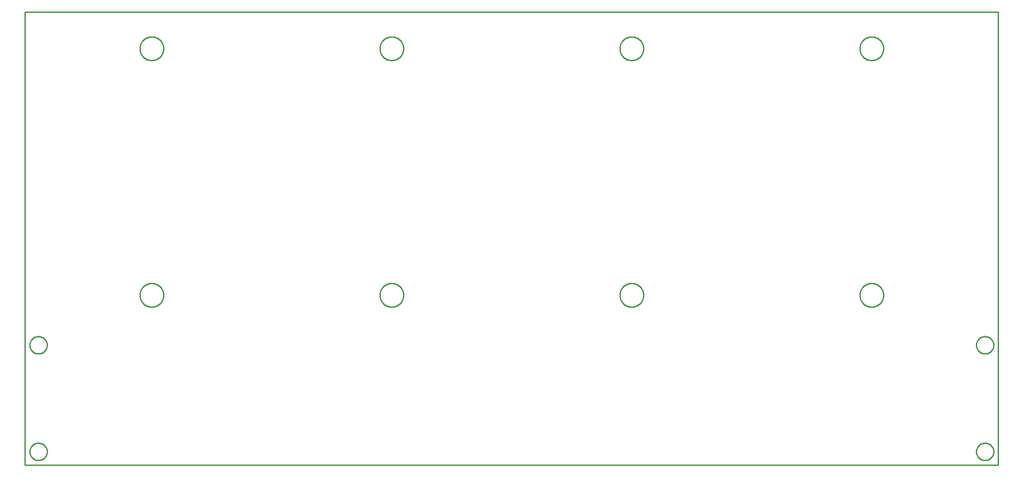
<source format=gko>
G04 EAGLE Gerber RS-274X export*
G75*
%MOMM*%
%FSLAX34Y34*%
%LPD*%
%IN*%
%IPPOS*%
%AMOC8*
5,1,8,0,0,1.08239X$1,22.5*%
G01*
%ADD10C,0.203200*%
%ADD11C,0.000000*%
%ADD12C,0.254000*%


D10*
X0Y0D02*
X1854000Y0D01*
X1854200Y863600D01*
X0Y863600D01*
X0Y0D01*
D11*
X1812290Y25400D02*
X1812295Y25805D01*
X1812310Y26210D01*
X1812335Y26615D01*
X1812370Y27018D01*
X1812414Y27421D01*
X1812469Y27823D01*
X1812533Y28223D01*
X1812607Y28621D01*
X1812691Y29017D01*
X1812785Y29412D01*
X1812888Y29803D01*
X1813001Y30193D01*
X1813123Y30579D01*
X1813255Y30962D01*
X1813396Y31342D01*
X1813547Y31718D01*
X1813706Y32091D01*
X1813875Y32459D01*
X1814053Y32823D01*
X1814239Y33183D01*
X1814435Y33538D01*
X1814639Y33888D01*
X1814851Y34233D01*
X1815072Y34572D01*
X1815302Y34907D01*
X1815539Y35235D01*
X1815784Y35557D01*
X1816038Y35874D01*
X1816298Y36184D01*
X1816567Y36487D01*
X1816843Y36784D01*
X1817126Y37074D01*
X1817416Y37357D01*
X1817713Y37633D01*
X1818016Y37902D01*
X1818326Y38162D01*
X1818643Y38416D01*
X1818965Y38661D01*
X1819293Y38898D01*
X1819628Y39128D01*
X1819967Y39349D01*
X1820312Y39561D01*
X1820662Y39765D01*
X1821017Y39961D01*
X1821377Y40147D01*
X1821741Y40325D01*
X1822109Y40494D01*
X1822482Y40653D01*
X1822858Y40804D01*
X1823238Y40945D01*
X1823621Y41077D01*
X1824007Y41199D01*
X1824397Y41312D01*
X1824788Y41415D01*
X1825183Y41509D01*
X1825579Y41593D01*
X1825977Y41667D01*
X1826377Y41731D01*
X1826779Y41786D01*
X1827182Y41830D01*
X1827585Y41865D01*
X1827990Y41890D01*
X1828395Y41905D01*
X1828800Y41910D01*
X1829205Y41905D01*
X1829610Y41890D01*
X1830015Y41865D01*
X1830418Y41830D01*
X1830821Y41786D01*
X1831223Y41731D01*
X1831623Y41667D01*
X1832021Y41593D01*
X1832417Y41509D01*
X1832812Y41415D01*
X1833203Y41312D01*
X1833593Y41199D01*
X1833979Y41077D01*
X1834362Y40945D01*
X1834742Y40804D01*
X1835118Y40653D01*
X1835491Y40494D01*
X1835859Y40325D01*
X1836223Y40147D01*
X1836583Y39961D01*
X1836938Y39765D01*
X1837288Y39561D01*
X1837633Y39349D01*
X1837972Y39128D01*
X1838307Y38898D01*
X1838635Y38661D01*
X1838957Y38416D01*
X1839274Y38162D01*
X1839584Y37902D01*
X1839887Y37633D01*
X1840184Y37357D01*
X1840474Y37074D01*
X1840757Y36784D01*
X1841033Y36487D01*
X1841302Y36184D01*
X1841562Y35874D01*
X1841816Y35557D01*
X1842061Y35235D01*
X1842298Y34907D01*
X1842528Y34572D01*
X1842749Y34233D01*
X1842961Y33888D01*
X1843165Y33538D01*
X1843361Y33183D01*
X1843547Y32823D01*
X1843725Y32459D01*
X1843894Y32091D01*
X1844053Y31718D01*
X1844204Y31342D01*
X1844345Y30962D01*
X1844477Y30579D01*
X1844599Y30193D01*
X1844712Y29803D01*
X1844815Y29412D01*
X1844909Y29017D01*
X1844993Y28621D01*
X1845067Y28223D01*
X1845131Y27823D01*
X1845186Y27421D01*
X1845230Y27018D01*
X1845265Y26615D01*
X1845290Y26210D01*
X1845305Y25805D01*
X1845310Y25400D01*
X1845305Y24995D01*
X1845290Y24590D01*
X1845265Y24185D01*
X1845230Y23782D01*
X1845186Y23379D01*
X1845131Y22977D01*
X1845067Y22577D01*
X1844993Y22179D01*
X1844909Y21783D01*
X1844815Y21388D01*
X1844712Y20997D01*
X1844599Y20607D01*
X1844477Y20221D01*
X1844345Y19838D01*
X1844204Y19458D01*
X1844053Y19082D01*
X1843894Y18709D01*
X1843725Y18341D01*
X1843547Y17977D01*
X1843361Y17617D01*
X1843165Y17262D01*
X1842961Y16912D01*
X1842749Y16567D01*
X1842528Y16228D01*
X1842298Y15893D01*
X1842061Y15565D01*
X1841816Y15243D01*
X1841562Y14926D01*
X1841302Y14616D01*
X1841033Y14313D01*
X1840757Y14016D01*
X1840474Y13726D01*
X1840184Y13443D01*
X1839887Y13167D01*
X1839584Y12898D01*
X1839274Y12638D01*
X1838957Y12384D01*
X1838635Y12139D01*
X1838307Y11902D01*
X1837972Y11672D01*
X1837633Y11451D01*
X1837288Y11239D01*
X1836938Y11035D01*
X1836583Y10839D01*
X1836223Y10653D01*
X1835859Y10475D01*
X1835491Y10306D01*
X1835118Y10147D01*
X1834742Y9996D01*
X1834362Y9855D01*
X1833979Y9723D01*
X1833593Y9601D01*
X1833203Y9488D01*
X1832812Y9385D01*
X1832417Y9291D01*
X1832021Y9207D01*
X1831623Y9133D01*
X1831223Y9069D01*
X1830821Y9014D01*
X1830418Y8970D01*
X1830015Y8935D01*
X1829610Y8910D01*
X1829205Y8895D01*
X1828800Y8890D01*
X1828395Y8895D01*
X1827990Y8910D01*
X1827585Y8935D01*
X1827182Y8970D01*
X1826779Y9014D01*
X1826377Y9069D01*
X1825977Y9133D01*
X1825579Y9207D01*
X1825183Y9291D01*
X1824788Y9385D01*
X1824397Y9488D01*
X1824007Y9601D01*
X1823621Y9723D01*
X1823238Y9855D01*
X1822858Y9996D01*
X1822482Y10147D01*
X1822109Y10306D01*
X1821741Y10475D01*
X1821377Y10653D01*
X1821017Y10839D01*
X1820662Y11035D01*
X1820312Y11239D01*
X1819967Y11451D01*
X1819628Y11672D01*
X1819293Y11902D01*
X1818965Y12139D01*
X1818643Y12384D01*
X1818326Y12638D01*
X1818016Y12898D01*
X1817713Y13167D01*
X1817416Y13443D01*
X1817126Y13726D01*
X1816843Y14016D01*
X1816567Y14313D01*
X1816298Y14616D01*
X1816038Y14926D01*
X1815784Y15243D01*
X1815539Y15565D01*
X1815302Y15893D01*
X1815072Y16228D01*
X1814851Y16567D01*
X1814639Y16912D01*
X1814435Y17262D01*
X1814239Y17617D01*
X1814053Y17977D01*
X1813875Y18341D01*
X1813706Y18709D01*
X1813547Y19082D01*
X1813396Y19458D01*
X1813255Y19838D01*
X1813123Y20221D01*
X1813001Y20607D01*
X1812888Y20997D01*
X1812785Y21388D01*
X1812691Y21783D01*
X1812607Y22179D01*
X1812533Y22577D01*
X1812469Y22977D01*
X1812414Y23379D01*
X1812370Y23782D01*
X1812335Y24185D01*
X1812310Y24590D01*
X1812295Y24995D01*
X1812290Y25400D01*
X8890Y228600D02*
X8895Y229005D01*
X8910Y229410D01*
X8935Y229815D01*
X8970Y230218D01*
X9014Y230621D01*
X9069Y231023D01*
X9133Y231423D01*
X9207Y231821D01*
X9291Y232217D01*
X9385Y232612D01*
X9488Y233003D01*
X9601Y233393D01*
X9723Y233779D01*
X9855Y234162D01*
X9996Y234542D01*
X10147Y234918D01*
X10306Y235291D01*
X10475Y235659D01*
X10653Y236023D01*
X10839Y236383D01*
X11035Y236738D01*
X11239Y237088D01*
X11451Y237433D01*
X11672Y237772D01*
X11902Y238107D01*
X12139Y238435D01*
X12384Y238757D01*
X12638Y239074D01*
X12898Y239384D01*
X13167Y239687D01*
X13443Y239984D01*
X13726Y240274D01*
X14016Y240557D01*
X14313Y240833D01*
X14616Y241102D01*
X14926Y241362D01*
X15243Y241616D01*
X15565Y241861D01*
X15893Y242098D01*
X16228Y242328D01*
X16567Y242549D01*
X16912Y242761D01*
X17262Y242965D01*
X17617Y243161D01*
X17977Y243347D01*
X18341Y243525D01*
X18709Y243694D01*
X19082Y243853D01*
X19458Y244004D01*
X19838Y244145D01*
X20221Y244277D01*
X20607Y244399D01*
X20997Y244512D01*
X21388Y244615D01*
X21783Y244709D01*
X22179Y244793D01*
X22577Y244867D01*
X22977Y244931D01*
X23379Y244986D01*
X23782Y245030D01*
X24185Y245065D01*
X24590Y245090D01*
X24995Y245105D01*
X25400Y245110D01*
X25805Y245105D01*
X26210Y245090D01*
X26615Y245065D01*
X27018Y245030D01*
X27421Y244986D01*
X27823Y244931D01*
X28223Y244867D01*
X28621Y244793D01*
X29017Y244709D01*
X29412Y244615D01*
X29803Y244512D01*
X30193Y244399D01*
X30579Y244277D01*
X30962Y244145D01*
X31342Y244004D01*
X31718Y243853D01*
X32091Y243694D01*
X32459Y243525D01*
X32823Y243347D01*
X33183Y243161D01*
X33538Y242965D01*
X33888Y242761D01*
X34233Y242549D01*
X34572Y242328D01*
X34907Y242098D01*
X35235Y241861D01*
X35557Y241616D01*
X35874Y241362D01*
X36184Y241102D01*
X36487Y240833D01*
X36784Y240557D01*
X37074Y240274D01*
X37357Y239984D01*
X37633Y239687D01*
X37902Y239384D01*
X38162Y239074D01*
X38416Y238757D01*
X38661Y238435D01*
X38898Y238107D01*
X39128Y237772D01*
X39349Y237433D01*
X39561Y237088D01*
X39765Y236738D01*
X39961Y236383D01*
X40147Y236023D01*
X40325Y235659D01*
X40494Y235291D01*
X40653Y234918D01*
X40804Y234542D01*
X40945Y234162D01*
X41077Y233779D01*
X41199Y233393D01*
X41312Y233003D01*
X41415Y232612D01*
X41509Y232217D01*
X41593Y231821D01*
X41667Y231423D01*
X41731Y231023D01*
X41786Y230621D01*
X41830Y230218D01*
X41865Y229815D01*
X41890Y229410D01*
X41905Y229005D01*
X41910Y228600D01*
X41905Y228195D01*
X41890Y227790D01*
X41865Y227385D01*
X41830Y226982D01*
X41786Y226579D01*
X41731Y226177D01*
X41667Y225777D01*
X41593Y225379D01*
X41509Y224983D01*
X41415Y224588D01*
X41312Y224197D01*
X41199Y223807D01*
X41077Y223421D01*
X40945Y223038D01*
X40804Y222658D01*
X40653Y222282D01*
X40494Y221909D01*
X40325Y221541D01*
X40147Y221177D01*
X39961Y220817D01*
X39765Y220462D01*
X39561Y220112D01*
X39349Y219767D01*
X39128Y219428D01*
X38898Y219093D01*
X38661Y218765D01*
X38416Y218443D01*
X38162Y218126D01*
X37902Y217816D01*
X37633Y217513D01*
X37357Y217216D01*
X37074Y216926D01*
X36784Y216643D01*
X36487Y216367D01*
X36184Y216098D01*
X35874Y215838D01*
X35557Y215584D01*
X35235Y215339D01*
X34907Y215102D01*
X34572Y214872D01*
X34233Y214651D01*
X33888Y214439D01*
X33538Y214235D01*
X33183Y214039D01*
X32823Y213853D01*
X32459Y213675D01*
X32091Y213506D01*
X31718Y213347D01*
X31342Y213196D01*
X30962Y213055D01*
X30579Y212923D01*
X30193Y212801D01*
X29803Y212688D01*
X29412Y212585D01*
X29017Y212491D01*
X28621Y212407D01*
X28223Y212333D01*
X27823Y212269D01*
X27421Y212214D01*
X27018Y212170D01*
X26615Y212135D01*
X26210Y212110D01*
X25805Y212095D01*
X25400Y212090D01*
X24995Y212095D01*
X24590Y212110D01*
X24185Y212135D01*
X23782Y212170D01*
X23379Y212214D01*
X22977Y212269D01*
X22577Y212333D01*
X22179Y212407D01*
X21783Y212491D01*
X21388Y212585D01*
X20997Y212688D01*
X20607Y212801D01*
X20221Y212923D01*
X19838Y213055D01*
X19458Y213196D01*
X19082Y213347D01*
X18709Y213506D01*
X18341Y213675D01*
X17977Y213853D01*
X17617Y214039D01*
X17262Y214235D01*
X16912Y214439D01*
X16567Y214651D01*
X16228Y214872D01*
X15893Y215102D01*
X15565Y215339D01*
X15243Y215584D01*
X14926Y215838D01*
X14616Y216098D01*
X14313Y216367D01*
X14016Y216643D01*
X13726Y216926D01*
X13443Y217216D01*
X13167Y217513D01*
X12898Y217816D01*
X12638Y218126D01*
X12384Y218443D01*
X12139Y218765D01*
X11902Y219093D01*
X11672Y219428D01*
X11451Y219767D01*
X11239Y220112D01*
X11035Y220462D01*
X10839Y220817D01*
X10653Y221177D01*
X10475Y221541D01*
X10306Y221909D01*
X10147Y222282D01*
X9996Y222658D01*
X9855Y223038D01*
X9723Y223421D01*
X9601Y223807D01*
X9488Y224197D01*
X9385Y224588D01*
X9291Y224983D01*
X9207Y225379D01*
X9133Y225777D01*
X9069Y226177D01*
X9014Y226579D01*
X8970Y226982D01*
X8935Y227385D01*
X8910Y227790D01*
X8895Y228195D01*
X8890Y228600D01*
X8890Y25400D02*
X8895Y25805D01*
X8910Y26210D01*
X8935Y26615D01*
X8970Y27018D01*
X9014Y27421D01*
X9069Y27823D01*
X9133Y28223D01*
X9207Y28621D01*
X9291Y29017D01*
X9385Y29412D01*
X9488Y29803D01*
X9601Y30193D01*
X9723Y30579D01*
X9855Y30962D01*
X9996Y31342D01*
X10147Y31718D01*
X10306Y32091D01*
X10475Y32459D01*
X10653Y32823D01*
X10839Y33183D01*
X11035Y33538D01*
X11239Y33888D01*
X11451Y34233D01*
X11672Y34572D01*
X11902Y34907D01*
X12139Y35235D01*
X12384Y35557D01*
X12638Y35874D01*
X12898Y36184D01*
X13167Y36487D01*
X13443Y36784D01*
X13726Y37074D01*
X14016Y37357D01*
X14313Y37633D01*
X14616Y37902D01*
X14926Y38162D01*
X15243Y38416D01*
X15565Y38661D01*
X15893Y38898D01*
X16228Y39128D01*
X16567Y39349D01*
X16912Y39561D01*
X17262Y39765D01*
X17617Y39961D01*
X17977Y40147D01*
X18341Y40325D01*
X18709Y40494D01*
X19082Y40653D01*
X19458Y40804D01*
X19838Y40945D01*
X20221Y41077D01*
X20607Y41199D01*
X20997Y41312D01*
X21388Y41415D01*
X21783Y41509D01*
X22179Y41593D01*
X22577Y41667D01*
X22977Y41731D01*
X23379Y41786D01*
X23782Y41830D01*
X24185Y41865D01*
X24590Y41890D01*
X24995Y41905D01*
X25400Y41910D01*
X25805Y41905D01*
X26210Y41890D01*
X26615Y41865D01*
X27018Y41830D01*
X27421Y41786D01*
X27823Y41731D01*
X28223Y41667D01*
X28621Y41593D01*
X29017Y41509D01*
X29412Y41415D01*
X29803Y41312D01*
X30193Y41199D01*
X30579Y41077D01*
X30962Y40945D01*
X31342Y40804D01*
X31718Y40653D01*
X32091Y40494D01*
X32459Y40325D01*
X32823Y40147D01*
X33183Y39961D01*
X33538Y39765D01*
X33888Y39561D01*
X34233Y39349D01*
X34572Y39128D01*
X34907Y38898D01*
X35235Y38661D01*
X35557Y38416D01*
X35874Y38162D01*
X36184Y37902D01*
X36487Y37633D01*
X36784Y37357D01*
X37074Y37074D01*
X37357Y36784D01*
X37633Y36487D01*
X37902Y36184D01*
X38162Y35874D01*
X38416Y35557D01*
X38661Y35235D01*
X38898Y34907D01*
X39128Y34572D01*
X39349Y34233D01*
X39561Y33888D01*
X39765Y33538D01*
X39961Y33183D01*
X40147Y32823D01*
X40325Y32459D01*
X40494Y32091D01*
X40653Y31718D01*
X40804Y31342D01*
X40945Y30962D01*
X41077Y30579D01*
X41199Y30193D01*
X41312Y29803D01*
X41415Y29412D01*
X41509Y29017D01*
X41593Y28621D01*
X41667Y28223D01*
X41731Y27823D01*
X41786Y27421D01*
X41830Y27018D01*
X41865Y26615D01*
X41890Y26210D01*
X41905Y25805D01*
X41910Y25400D01*
X41905Y24995D01*
X41890Y24590D01*
X41865Y24185D01*
X41830Y23782D01*
X41786Y23379D01*
X41731Y22977D01*
X41667Y22577D01*
X41593Y22179D01*
X41509Y21783D01*
X41415Y21388D01*
X41312Y20997D01*
X41199Y20607D01*
X41077Y20221D01*
X40945Y19838D01*
X40804Y19458D01*
X40653Y19082D01*
X40494Y18709D01*
X40325Y18341D01*
X40147Y17977D01*
X39961Y17617D01*
X39765Y17262D01*
X39561Y16912D01*
X39349Y16567D01*
X39128Y16228D01*
X38898Y15893D01*
X38661Y15565D01*
X38416Y15243D01*
X38162Y14926D01*
X37902Y14616D01*
X37633Y14313D01*
X37357Y14016D01*
X37074Y13726D01*
X36784Y13443D01*
X36487Y13167D01*
X36184Y12898D01*
X35874Y12638D01*
X35557Y12384D01*
X35235Y12139D01*
X34907Y11902D01*
X34572Y11672D01*
X34233Y11451D01*
X33888Y11239D01*
X33538Y11035D01*
X33183Y10839D01*
X32823Y10653D01*
X32459Y10475D01*
X32091Y10306D01*
X31718Y10147D01*
X31342Y9996D01*
X30962Y9855D01*
X30579Y9723D01*
X30193Y9601D01*
X29803Y9488D01*
X29412Y9385D01*
X29017Y9291D01*
X28621Y9207D01*
X28223Y9133D01*
X27823Y9069D01*
X27421Y9014D01*
X27018Y8970D01*
X26615Y8935D01*
X26210Y8910D01*
X25805Y8895D01*
X25400Y8890D01*
X24995Y8895D01*
X24590Y8910D01*
X24185Y8935D01*
X23782Y8970D01*
X23379Y9014D01*
X22977Y9069D01*
X22577Y9133D01*
X22179Y9207D01*
X21783Y9291D01*
X21388Y9385D01*
X20997Y9488D01*
X20607Y9601D01*
X20221Y9723D01*
X19838Y9855D01*
X19458Y9996D01*
X19082Y10147D01*
X18709Y10306D01*
X18341Y10475D01*
X17977Y10653D01*
X17617Y10839D01*
X17262Y11035D01*
X16912Y11239D01*
X16567Y11451D01*
X16228Y11672D01*
X15893Y11902D01*
X15565Y12139D01*
X15243Y12384D01*
X14926Y12638D01*
X14616Y12898D01*
X14313Y13167D01*
X14016Y13443D01*
X13726Y13726D01*
X13443Y14016D01*
X13167Y14313D01*
X12898Y14616D01*
X12638Y14926D01*
X12384Y15243D01*
X12139Y15565D01*
X11902Y15893D01*
X11672Y16228D01*
X11451Y16567D01*
X11239Y16912D01*
X11035Y17262D01*
X10839Y17617D01*
X10653Y17977D01*
X10475Y18341D01*
X10306Y18709D01*
X10147Y19082D01*
X9996Y19458D01*
X9855Y19838D01*
X9723Y20221D01*
X9601Y20607D01*
X9488Y20997D01*
X9385Y21388D01*
X9291Y21783D01*
X9207Y22179D01*
X9133Y22577D01*
X9069Y22977D01*
X9014Y23379D01*
X8970Y23782D01*
X8935Y24185D01*
X8910Y24590D01*
X8895Y24995D01*
X8890Y25400D01*
X1812290Y228600D02*
X1812295Y229005D01*
X1812310Y229410D01*
X1812335Y229815D01*
X1812370Y230218D01*
X1812414Y230621D01*
X1812469Y231023D01*
X1812533Y231423D01*
X1812607Y231821D01*
X1812691Y232217D01*
X1812785Y232612D01*
X1812888Y233003D01*
X1813001Y233393D01*
X1813123Y233779D01*
X1813255Y234162D01*
X1813396Y234542D01*
X1813547Y234918D01*
X1813706Y235291D01*
X1813875Y235659D01*
X1814053Y236023D01*
X1814239Y236383D01*
X1814435Y236738D01*
X1814639Y237088D01*
X1814851Y237433D01*
X1815072Y237772D01*
X1815302Y238107D01*
X1815539Y238435D01*
X1815784Y238757D01*
X1816038Y239074D01*
X1816298Y239384D01*
X1816567Y239687D01*
X1816843Y239984D01*
X1817126Y240274D01*
X1817416Y240557D01*
X1817713Y240833D01*
X1818016Y241102D01*
X1818326Y241362D01*
X1818643Y241616D01*
X1818965Y241861D01*
X1819293Y242098D01*
X1819628Y242328D01*
X1819967Y242549D01*
X1820312Y242761D01*
X1820662Y242965D01*
X1821017Y243161D01*
X1821377Y243347D01*
X1821741Y243525D01*
X1822109Y243694D01*
X1822482Y243853D01*
X1822858Y244004D01*
X1823238Y244145D01*
X1823621Y244277D01*
X1824007Y244399D01*
X1824397Y244512D01*
X1824788Y244615D01*
X1825183Y244709D01*
X1825579Y244793D01*
X1825977Y244867D01*
X1826377Y244931D01*
X1826779Y244986D01*
X1827182Y245030D01*
X1827585Y245065D01*
X1827990Y245090D01*
X1828395Y245105D01*
X1828800Y245110D01*
X1829205Y245105D01*
X1829610Y245090D01*
X1830015Y245065D01*
X1830418Y245030D01*
X1830821Y244986D01*
X1831223Y244931D01*
X1831623Y244867D01*
X1832021Y244793D01*
X1832417Y244709D01*
X1832812Y244615D01*
X1833203Y244512D01*
X1833593Y244399D01*
X1833979Y244277D01*
X1834362Y244145D01*
X1834742Y244004D01*
X1835118Y243853D01*
X1835491Y243694D01*
X1835859Y243525D01*
X1836223Y243347D01*
X1836583Y243161D01*
X1836938Y242965D01*
X1837288Y242761D01*
X1837633Y242549D01*
X1837972Y242328D01*
X1838307Y242098D01*
X1838635Y241861D01*
X1838957Y241616D01*
X1839274Y241362D01*
X1839584Y241102D01*
X1839887Y240833D01*
X1840184Y240557D01*
X1840474Y240274D01*
X1840757Y239984D01*
X1841033Y239687D01*
X1841302Y239384D01*
X1841562Y239074D01*
X1841816Y238757D01*
X1842061Y238435D01*
X1842298Y238107D01*
X1842528Y237772D01*
X1842749Y237433D01*
X1842961Y237088D01*
X1843165Y236738D01*
X1843361Y236383D01*
X1843547Y236023D01*
X1843725Y235659D01*
X1843894Y235291D01*
X1844053Y234918D01*
X1844204Y234542D01*
X1844345Y234162D01*
X1844477Y233779D01*
X1844599Y233393D01*
X1844712Y233003D01*
X1844815Y232612D01*
X1844909Y232217D01*
X1844993Y231821D01*
X1845067Y231423D01*
X1845131Y231023D01*
X1845186Y230621D01*
X1845230Y230218D01*
X1845265Y229815D01*
X1845290Y229410D01*
X1845305Y229005D01*
X1845310Y228600D01*
X1845305Y228195D01*
X1845290Y227790D01*
X1845265Y227385D01*
X1845230Y226982D01*
X1845186Y226579D01*
X1845131Y226177D01*
X1845067Y225777D01*
X1844993Y225379D01*
X1844909Y224983D01*
X1844815Y224588D01*
X1844712Y224197D01*
X1844599Y223807D01*
X1844477Y223421D01*
X1844345Y223038D01*
X1844204Y222658D01*
X1844053Y222282D01*
X1843894Y221909D01*
X1843725Y221541D01*
X1843547Y221177D01*
X1843361Y220817D01*
X1843165Y220462D01*
X1842961Y220112D01*
X1842749Y219767D01*
X1842528Y219428D01*
X1842298Y219093D01*
X1842061Y218765D01*
X1841816Y218443D01*
X1841562Y218126D01*
X1841302Y217816D01*
X1841033Y217513D01*
X1840757Y217216D01*
X1840474Y216926D01*
X1840184Y216643D01*
X1839887Y216367D01*
X1839584Y216098D01*
X1839274Y215838D01*
X1838957Y215584D01*
X1838635Y215339D01*
X1838307Y215102D01*
X1837972Y214872D01*
X1837633Y214651D01*
X1837288Y214439D01*
X1836938Y214235D01*
X1836583Y214039D01*
X1836223Y213853D01*
X1835859Y213675D01*
X1835491Y213506D01*
X1835118Y213347D01*
X1834742Y213196D01*
X1834362Y213055D01*
X1833979Y212923D01*
X1833593Y212801D01*
X1833203Y212688D01*
X1832812Y212585D01*
X1832417Y212491D01*
X1832021Y212407D01*
X1831623Y212333D01*
X1831223Y212269D01*
X1830821Y212214D01*
X1830418Y212170D01*
X1830015Y212135D01*
X1829610Y212110D01*
X1829205Y212095D01*
X1828800Y212090D01*
X1828395Y212095D01*
X1827990Y212110D01*
X1827585Y212135D01*
X1827182Y212170D01*
X1826779Y212214D01*
X1826377Y212269D01*
X1825977Y212333D01*
X1825579Y212407D01*
X1825183Y212491D01*
X1824788Y212585D01*
X1824397Y212688D01*
X1824007Y212801D01*
X1823621Y212923D01*
X1823238Y213055D01*
X1822858Y213196D01*
X1822482Y213347D01*
X1822109Y213506D01*
X1821741Y213675D01*
X1821377Y213853D01*
X1821017Y214039D01*
X1820662Y214235D01*
X1820312Y214439D01*
X1819967Y214651D01*
X1819628Y214872D01*
X1819293Y215102D01*
X1818965Y215339D01*
X1818643Y215584D01*
X1818326Y215838D01*
X1818016Y216098D01*
X1817713Y216367D01*
X1817416Y216643D01*
X1817126Y216926D01*
X1816843Y217216D01*
X1816567Y217513D01*
X1816298Y217816D01*
X1816038Y218126D01*
X1815784Y218443D01*
X1815539Y218765D01*
X1815302Y219093D01*
X1815072Y219428D01*
X1814851Y219767D01*
X1814639Y220112D01*
X1814435Y220462D01*
X1814239Y220817D01*
X1814053Y221177D01*
X1813875Y221541D01*
X1813706Y221909D01*
X1813547Y222282D01*
X1813396Y222658D01*
X1813255Y223038D01*
X1813123Y223421D01*
X1813001Y223807D01*
X1812888Y224197D01*
X1812785Y224588D01*
X1812691Y224983D01*
X1812607Y225379D01*
X1812533Y225777D01*
X1812469Y226177D01*
X1812414Y226579D01*
X1812370Y226982D01*
X1812335Y227385D01*
X1812310Y227790D01*
X1812295Y228195D01*
X1812290Y228600D01*
X1133200Y323800D02*
X1133207Y324352D01*
X1133227Y324904D01*
X1133261Y325455D01*
X1133308Y326005D01*
X1133369Y326554D01*
X1133444Y327101D01*
X1133531Y327647D01*
X1133632Y328190D01*
X1133747Y328730D01*
X1133874Y329267D01*
X1134015Y329801D01*
X1134169Y330331D01*
X1134336Y330858D01*
X1134515Y331380D01*
X1134708Y331898D01*
X1134913Y332410D01*
X1135130Y332918D01*
X1135360Y333420D01*
X1135602Y333916D01*
X1135857Y334406D01*
X1136123Y334890D01*
X1136401Y335367D01*
X1136691Y335837D01*
X1136992Y336300D01*
X1137304Y336756D01*
X1137628Y337203D01*
X1137962Y337643D01*
X1138307Y338074D01*
X1138663Y338496D01*
X1139029Y338910D01*
X1139404Y339315D01*
X1139790Y339710D01*
X1140185Y340096D01*
X1140590Y340471D01*
X1141004Y340837D01*
X1141426Y341193D01*
X1141857Y341538D01*
X1142297Y341872D01*
X1142744Y342196D01*
X1143200Y342508D01*
X1143663Y342809D01*
X1144133Y343099D01*
X1144610Y343377D01*
X1145094Y343643D01*
X1145584Y343898D01*
X1146080Y344140D01*
X1146582Y344370D01*
X1147090Y344587D01*
X1147602Y344792D01*
X1148120Y344985D01*
X1148642Y345164D01*
X1149169Y345331D01*
X1149699Y345485D01*
X1150233Y345626D01*
X1150770Y345753D01*
X1151310Y345868D01*
X1151853Y345969D01*
X1152399Y346056D01*
X1152946Y346131D01*
X1153495Y346192D01*
X1154045Y346239D01*
X1154596Y346273D01*
X1155148Y346293D01*
X1155700Y346300D01*
X1156252Y346293D01*
X1156804Y346273D01*
X1157355Y346239D01*
X1157905Y346192D01*
X1158454Y346131D01*
X1159001Y346056D01*
X1159547Y345969D01*
X1160090Y345868D01*
X1160630Y345753D01*
X1161167Y345626D01*
X1161701Y345485D01*
X1162231Y345331D01*
X1162758Y345164D01*
X1163280Y344985D01*
X1163798Y344792D01*
X1164310Y344587D01*
X1164818Y344370D01*
X1165320Y344140D01*
X1165816Y343898D01*
X1166306Y343643D01*
X1166790Y343377D01*
X1167267Y343099D01*
X1167737Y342809D01*
X1168200Y342508D01*
X1168656Y342196D01*
X1169103Y341872D01*
X1169543Y341538D01*
X1169974Y341193D01*
X1170396Y340837D01*
X1170810Y340471D01*
X1171215Y340096D01*
X1171610Y339710D01*
X1171996Y339315D01*
X1172371Y338910D01*
X1172737Y338496D01*
X1173093Y338074D01*
X1173438Y337643D01*
X1173772Y337203D01*
X1174096Y336756D01*
X1174408Y336300D01*
X1174709Y335837D01*
X1174999Y335367D01*
X1175277Y334890D01*
X1175543Y334406D01*
X1175798Y333916D01*
X1176040Y333420D01*
X1176270Y332918D01*
X1176487Y332410D01*
X1176692Y331898D01*
X1176885Y331380D01*
X1177064Y330858D01*
X1177231Y330331D01*
X1177385Y329801D01*
X1177526Y329267D01*
X1177653Y328730D01*
X1177768Y328190D01*
X1177869Y327647D01*
X1177956Y327101D01*
X1178031Y326554D01*
X1178092Y326005D01*
X1178139Y325455D01*
X1178173Y324904D01*
X1178193Y324352D01*
X1178200Y323800D01*
X1178193Y323248D01*
X1178173Y322696D01*
X1178139Y322145D01*
X1178092Y321595D01*
X1178031Y321046D01*
X1177956Y320499D01*
X1177869Y319953D01*
X1177768Y319410D01*
X1177653Y318870D01*
X1177526Y318333D01*
X1177385Y317799D01*
X1177231Y317269D01*
X1177064Y316742D01*
X1176885Y316220D01*
X1176692Y315702D01*
X1176487Y315190D01*
X1176270Y314682D01*
X1176040Y314180D01*
X1175798Y313684D01*
X1175543Y313194D01*
X1175277Y312710D01*
X1174999Y312233D01*
X1174709Y311763D01*
X1174408Y311300D01*
X1174096Y310844D01*
X1173772Y310397D01*
X1173438Y309957D01*
X1173093Y309526D01*
X1172737Y309104D01*
X1172371Y308690D01*
X1171996Y308285D01*
X1171610Y307890D01*
X1171215Y307504D01*
X1170810Y307129D01*
X1170396Y306763D01*
X1169974Y306407D01*
X1169543Y306062D01*
X1169103Y305728D01*
X1168656Y305404D01*
X1168200Y305092D01*
X1167737Y304791D01*
X1167267Y304501D01*
X1166790Y304223D01*
X1166306Y303957D01*
X1165816Y303702D01*
X1165320Y303460D01*
X1164818Y303230D01*
X1164310Y303013D01*
X1163798Y302808D01*
X1163280Y302615D01*
X1162758Y302436D01*
X1162231Y302269D01*
X1161701Y302115D01*
X1161167Y301974D01*
X1160630Y301847D01*
X1160090Y301732D01*
X1159547Y301631D01*
X1159001Y301544D01*
X1158454Y301469D01*
X1157905Y301408D01*
X1157355Y301361D01*
X1156804Y301327D01*
X1156252Y301307D01*
X1155700Y301300D01*
X1155148Y301307D01*
X1154596Y301327D01*
X1154045Y301361D01*
X1153495Y301408D01*
X1152946Y301469D01*
X1152399Y301544D01*
X1151853Y301631D01*
X1151310Y301732D01*
X1150770Y301847D01*
X1150233Y301974D01*
X1149699Y302115D01*
X1149169Y302269D01*
X1148642Y302436D01*
X1148120Y302615D01*
X1147602Y302808D01*
X1147090Y303013D01*
X1146582Y303230D01*
X1146080Y303460D01*
X1145584Y303702D01*
X1145094Y303957D01*
X1144610Y304223D01*
X1144133Y304501D01*
X1143663Y304791D01*
X1143200Y305092D01*
X1142744Y305404D01*
X1142297Y305728D01*
X1141857Y306062D01*
X1141426Y306407D01*
X1141004Y306763D01*
X1140590Y307129D01*
X1140185Y307504D01*
X1139790Y307890D01*
X1139404Y308285D01*
X1139029Y308690D01*
X1138663Y309104D01*
X1138307Y309526D01*
X1137962Y309957D01*
X1137628Y310397D01*
X1137304Y310844D01*
X1136992Y311300D01*
X1136691Y311763D01*
X1136401Y312233D01*
X1136123Y312710D01*
X1135857Y313194D01*
X1135602Y313684D01*
X1135360Y314180D01*
X1135130Y314682D01*
X1134913Y315190D01*
X1134708Y315702D01*
X1134515Y316220D01*
X1134336Y316742D01*
X1134169Y317269D01*
X1134015Y317799D01*
X1133874Y318333D01*
X1133747Y318870D01*
X1133632Y319410D01*
X1133531Y319953D01*
X1133444Y320499D01*
X1133369Y321046D01*
X1133308Y321595D01*
X1133261Y322145D01*
X1133227Y322696D01*
X1133207Y323248D01*
X1133200Y323800D01*
X1133200Y793800D02*
X1133207Y794352D01*
X1133227Y794904D01*
X1133261Y795455D01*
X1133308Y796005D01*
X1133369Y796554D01*
X1133444Y797101D01*
X1133531Y797647D01*
X1133632Y798190D01*
X1133747Y798730D01*
X1133874Y799267D01*
X1134015Y799801D01*
X1134169Y800331D01*
X1134336Y800858D01*
X1134515Y801380D01*
X1134708Y801898D01*
X1134913Y802410D01*
X1135130Y802918D01*
X1135360Y803420D01*
X1135602Y803916D01*
X1135857Y804406D01*
X1136123Y804890D01*
X1136401Y805367D01*
X1136691Y805837D01*
X1136992Y806300D01*
X1137304Y806756D01*
X1137628Y807203D01*
X1137962Y807643D01*
X1138307Y808074D01*
X1138663Y808496D01*
X1139029Y808910D01*
X1139404Y809315D01*
X1139790Y809710D01*
X1140185Y810096D01*
X1140590Y810471D01*
X1141004Y810837D01*
X1141426Y811193D01*
X1141857Y811538D01*
X1142297Y811872D01*
X1142744Y812196D01*
X1143200Y812508D01*
X1143663Y812809D01*
X1144133Y813099D01*
X1144610Y813377D01*
X1145094Y813643D01*
X1145584Y813898D01*
X1146080Y814140D01*
X1146582Y814370D01*
X1147090Y814587D01*
X1147602Y814792D01*
X1148120Y814985D01*
X1148642Y815164D01*
X1149169Y815331D01*
X1149699Y815485D01*
X1150233Y815626D01*
X1150770Y815753D01*
X1151310Y815868D01*
X1151853Y815969D01*
X1152399Y816056D01*
X1152946Y816131D01*
X1153495Y816192D01*
X1154045Y816239D01*
X1154596Y816273D01*
X1155148Y816293D01*
X1155700Y816300D01*
X1156252Y816293D01*
X1156804Y816273D01*
X1157355Y816239D01*
X1157905Y816192D01*
X1158454Y816131D01*
X1159001Y816056D01*
X1159547Y815969D01*
X1160090Y815868D01*
X1160630Y815753D01*
X1161167Y815626D01*
X1161701Y815485D01*
X1162231Y815331D01*
X1162758Y815164D01*
X1163280Y814985D01*
X1163798Y814792D01*
X1164310Y814587D01*
X1164818Y814370D01*
X1165320Y814140D01*
X1165816Y813898D01*
X1166306Y813643D01*
X1166790Y813377D01*
X1167267Y813099D01*
X1167737Y812809D01*
X1168200Y812508D01*
X1168656Y812196D01*
X1169103Y811872D01*
X1169543Y811538D01*
X1169974Y811193D01*
X1170396Y810837D01*
X1170810Y810471D01*
X1171215Y810096D01*
X1171610Y809710D01*
X1171996Y809315D01*
X1172371Y808910D01*
X1172737Y808496D01*
X1173093Y808074D01*
X1173438Y807643D01*
X1173772Y807203D01*
X1174096Y806756D01*
X1174408Y806300D01*
X1174709Y805837D01*
X1174999Y805367D01*
X1175277Y804890D01*
X1175543Y804406D01*
X1175798Y803916D01*
X1176040Y803420D01*
X1176270Y802918D01*
X1176487Y802410D01*
X1176692Y801898D01*
X1176885Y801380D01*
X1177064Y800858D01*
X1177231Y800331D01*
X1177385Y799801D01*
X1177526Y799267D01*
X1177653Y798730D01*
X1177768Y798190D01*
X1177869Y797647D01*
X1177956Y797101D01*
X1178031Y796554D01*
X1178092Y796005D01*
X1178139Y795455D01*
X1178173Y794904D01*
X1178193Y794352D01*
X1178200Y793800D01*
X1178193Y793248D01*
X1178173Y792696D01*
X1178139Y792145D01*
X1178092Y791595D01*
X1178031Y791046D01*
X1177956Y790499D01*
X1177869Y789953D01*
X1177768Y789410D01*
X1177653Y788870D01*
X1177526Y788333D01*
X1177385Y787799D01*
X1177231Y787269D01*
X1177064Y786742D01*
X1176885Y786220D01*
X1176692Y785702D01*
X1176487Y785190D01*
X1176270Y784682D01*
X1176040Y784180D01*
X1175798Y783684D01*
X1175543Y783194D01*
X1175277Y782710D01*
X1174999Y782233D01*
X1174709Y781763D01*
X1174408Y781300D01*
X1174096Y780844D01*
X1173772Y780397D01*
X1173438Y779957D01*
X1173093Y779526D01*
X1172737Y779104D01*
X1172371Y778690D01*
X1171996Y778285D01*
X1171610Y777890D01*
X1171215Y777504D01*
X1170810Y777129D01*
X1170396Y776763D01*
X1169974Y776407D01*
X1169543Y776062D01*
X1169103Y775728D01*
X1168656Y775404D01*
X1168200Y775092D01*
X1167737Y774791D01*
X1167267Y774501D01*
X1166790Y774223D01*
X1166306Y773957D01*
X1165816Y773702D01*
X1165320Y773460D01*
X1164818Y773230D01*
X1164310Y773013D01*
X1163798Y772808D01*
X1163280Y772615D01*
X1162758Y772436D01*
X1162231Y772269D01*
X1161701Y772115D01*
X1161167Y771974D01*
X1160630Y771847D01*
X1160090Y771732D01*
X1159547Y771631D01*
X1159001Y771544D01*
X1158454Y771469D01*
X1157905Y771408D01*
X1157355Y771361D01*
X1156804Y771327D01*
X1156252Y771307D01*
X1155700Y771300D01*
X1155148Y771307D01*
X1154596Y771327D01*
X1154045Y771361D01*
X1153495Y771408D01*
X1152946Y771469D01*
X1152399Y771544D01*
X1151853Y771631D01*
X1151310Y771732D01*
X1150770Y771847D01*
X1150233Y771974D01*
X1149699Y772115D01*
X1149169Y772269D01*
X1148642Y772436D01*
X1148120Y772615D01*
X1147602Y772808D01*
X1147090Y773013D01*
X1146582Y773230D01*
X1146080Y773460D01*
X1145584Y773702D01*
X1145094Y773957D01*
X1144610Y774223D01*
X1144133Y774501D01*
X1143663Y774791D01*
X1143200Y775092D01*
X1142744Y775404D01*
X1142297Y775728D01*
X1141857Y776062D01*
X1141426Y776407D01*
X1141004Y776763D01*
X1140590Y777129D01*
X1140185Y777504D01*
X1139790Y777890D01*
X1139404Y778285D01*
X1139029Y778690D01*
X1138663Y779104D01*
X1138307Y779526D01*
X1137962Y779957D01*
X1137628Y780397D01*
X1137304Y780844D01*
X1136992Y781300D01*
X1136691Y781763D01*
X1136401Y782233D01*
X1136123Y782710D01*
X1135857Y783194D01*
X1135602Y783684D01*
X1135360Y784180D01*
X1135130Y784682D01*
X1134913Y785190D01*
X1134708Y785702D01*
X1134515Y786220D01*
X1134336Y786742D01*
X1134169Y787269D01*
X1134015Y787799D01*
X1133874Y788333D01*
X1133747Y788870D01*
X1133632Y789410D01*
X1133531Y789953D01*
X1133444Y790499D01*
X1133369Y791046D01*
X1133308Y791595D01*
X1133261Y792145D01*
X1133227Y792696D01*
X1133207Y793248D01*
X1133200Y793800D01*
X1590400Y323800D02*
X1590407Y324352D01*
X1590427Y324904D01*
X1590461Y325455D01*
X1590508Y326005D01*
X1590569Y326554D01*
X1590644Y327101D01*
X1590731Y327647D01*
X1590832Y328190D01*
X1590947Y328730D01*
X1591074Y329267D01*
X1591215Y329801D01*
X1591369Y330331D01*
X1591536Y330858D01*
X1591715Y331380D01*
X1591908Y331898D01*
X1592113Y332410D01*
X1592330Y332918D01*
X1592560Y333420D01*
X1592802Y333916D01*
X1593057Y334406D01*
X1593323Y334890D01*
X1593601Y335367D01*
X1593891Y335837D01*
X1594192Y336300D01*
X1594504Y336756D01*
X1594828Y337203D01*
X1595162Y337643D01*
X1595507Y338074D01*
X1595863Y338496D01*
X1596229Y338910D01*
X1596604Y339315D01*
X1596990Y339710D01*
X1597385Y340096D01*
X1597790Y340471D01*
X1598204Y340837D01*
X1598626Y341193D01*
X1599057Y341538D01*
X1599497Y341872D01*
X1599944Y342196D01*
X1600400Y342508D01*
X1600863Y342809D01*
X1601333Y343099D01*
X1601810Y343377D01*
X1602294Y343643D01*
X1602784Y343898D01*
X1603280Y344140D01*
X1603782Y344370D01*
X1604290Y344587D01*
X1604802Y344792D01*
X1605320Y344985D01*
X1605842Y345164D01*
X1606369Y345331D01*
X1606899Y345485D01*
X1607433Y345626D01*
X1607970Y345753D01*
X1608510Y345868D01*
X1609053Y345969D01*
X1609599Y346056D01*
X1610146Y346131D01*
X1610695Y346192D01*
X1611245Y346239D01*
X1611796Y346273D01*
X1612348Y346293D01*
X1612900Y346300D01*
X1613452Y346293D01*
X1614004Y346273D01*
X1614555Y346239D01*
X1615105Y346192D01*
X1615654Y346131D01*
X1616201Y346056D01*
X1616747Y345969D01*
X1617290Y345868D01*
X1617830Y345753D01*
X1618367Y345626D01*
X1618901Y345485D01*
X1619431Y345331D01*
X1619958Y345164D01*
X1620480Y344985D01*
X1620998Y344792D01*
X1621510Y344587D01*
X1622018Y344370D01*
X1622520Y344140D01*
X1623016Y343898D01*
X1623506Y343643D01*
X1623990Y343377D01*
X1624467Y343099D01*
X1624937Y342809D01*
X1625400Y342508D01*
X1625856Y342196D01*
X1626303Y341872D01*
X1626743Y341538D01*
X1627174Y341193D01*
X1627596Y340837D01*
X1628010Y340471D01*
X1628415Y340096D01*
X1628810Y339710D01*
X1629196Y339315D01*
X1629571Y338910D01*
X1629937Y338496D01*
X1630293Y338074D01*
X1630638Y337643D01*
X1630972Y337203D01*
X1631296Y336756D01*
X1631608Y336300D01*
X1631909Y335837D01*
X1632199Y335367D01*
X1632477Y334890D01*
X1632743Y334406D01*
X1632998Y333916D01*
X1633240Y333420D01*
X1633470Y332918D01*
X1633687Y332410D01*
X1633892Y331898D01*
X1634085Y331380D01*
X1634264Y330858D01*
X1634431Y330331D01*
X1634585Y329801D01*
X1634726Y329267D01*
X1634853Y328730D01*
X1634968Y328190D01*
X1635069Y327647D01*
X1635156Y327101D01*
X1635231Y326554D01*
X1635292Y326005D01*
X1635339Y325455D01*
X1635373Y324904D01*
X1635393Y324352D01*
X1635400Y323800D01*
X1635393Y323248D01*
X1635373Y322696D01*
X1635339Y322145D01*
X1635292Y321595D01*
X1635231Y321046D01*
X1635156Y320499D01*
X1635069Y319953D01*
X1634968Y319410D01*
X1634853Y318870D01*
X1634726Y318333D01*
X1634585Y317799D01*
X1634431Y317269D01*
X1634264Y316742D01*
X1634085Y316220D01*
X1633892Y315702D01*
X1633687Y315190D01*
X1633470Y314682D01*
X1633240Y314180D01*
X1632998Y313684D01*
X1632743Y313194D01*
X1632477Y312710D01*
X1632199Y312233D01*
X1631909Y311763D01*
X1631608Y311300D01*
X1631296Y310844D01*
X1630972Y310397D01*
X1630638Y309957D01*
X1630293Y309526D01*
X1629937Y309104D01*
X1629571Y308690D01*
X1629196Y308285D01*
X1628810Y307890D01*
X1628415Y307504D01*
X1628010Y307129D01*
X1627596Y306763D01*
X1627174Y306407D01*
X1626743Y306062D01*
X1626303Y305728D01*
X1625856Y305404D01*
X1625400Y305092D01*
X1624937Y304791D01*
X1624467Y304501D01*
X1623990Y304223D01*
X1623506Y303957D01*
X1623016Y303702D01*
X1622520Y303460D01*
X1622018Y303230D01*
X1621510Y303013D01*
X1620998Y302808D01*
X1620480Y302615D01*
X1619958Y302436D01*
X1619431Y302269D01*
X1618901Y302115D01*
X1618367Y301974D01*
X1617830Y301847D01*
X1617290Y301732D01*
X1616747Y301631D01*
X1616201Y301544D01*
X1615654Y301469D01*
X1615105Y301408D01*
X1614555Y301361D01*
X1614004Y301327D01*
X1613452Y301307D01*
X1612900Y301300D01*
X1612348Y301307D01*
X1611796Y301327D01*
X1611245Y301361D01*
X1610695Y301408D01*
X1610146Y301469D01*
X1609599Y301544D01*
X1609053Y301631D01*
X1608510Y301732D01*
X1607970Y301847D01*
X1607433Y301974D01*
X1606899Y302115D01*
X1606369Y302269D01*
X1605842Y302436D01*
X1605320Y302615D01*
X1604802Y302808D01*
X1604290Y303013D01*
X1603782Y303230D01*
X1603280Y303460D01*
X1602784Y303702D01*
X1602294Y303957D01*
X1601810Y304223D01*
X1601333Y304501D01*
X1600863Y304791D01*
X1600400Y305092D01*
X1599944Y305404D01*
X1599497Y305728D01*
X1599057Y306062D01*
X1598626Y306407D01*
X1598204Y306763D01*
X1597790Y307129D01*
X1597385Y307504D01*
X1596990Y307890D01*
X1596604Y308285D01*
X1596229Y308690D01*
X1595863Y309104D01*
X1595507Y309526D01*
X1595162Y309957D01*
X1594828Y310397D01*
X1594504Y310844D01*
X1594192Y311300D01*
X1593891Y311763D01*
X1593601Y312233D01*
X1593323Y312710D01*
X1593057Y313194D01*
X1592802Y313684D01*
X1592560Y314180D01*
X1592330Y314682D01*
X1592113Y315190D01*
X1591908Y315702D01*
X1591715Y316220D01*
X1591536Y316742D01*
X1591369Y317269D01*
X1591215Y317799D01*
X1591074Y318333D01*
X1590947Y318870D01*
X1590832Y319410D01*
X1590731Y319953D01*
X1590644Y320499D01*
X1590569Y321046D01*
X1590508Y321595D01*
X1590461Y322145D01*
X1590427Y322696D01*
X1590407Y323248D01*
X1590400Y323800D01*
X1590400Y793800D02*
X1590407Y794352D01*
X1590427Y794904D01*
X1590461Y795455D01*
X1590508Y796005D01*
X1590569Y796554D01*
X1590644Y797101D01*
X1590731Y797647D01*
X1590832Y798190D01*
X1590947Y798730D01*
X1591074Y799267D01*
X1591215Y799801D01*
X1591369Y800331D01*
X1591536Y800858D01*
X1591715Y801380D01*
X1591908Y801898D01*
X1592113Y802410D01*
X1592330Y802918D01*
X1592560Y803420D01*
X1592802Y803916D01*
X1593057Y804406D01*
X1593323Y804890D01*
X1593601Y805367D01*
X1593891Y805837D01*
X1594192Y806300D01*
X1594504Y806756D01*
X1594828Y807203D01*
X1595162Y807643D01*
X1595507Y808074D01*
X1595863Y808496D01*
X1596229Y808910D01*
X1596604Y809315D01*
X1596990Y809710D01*
X1597385Y810096D01*
X1597790Y810471D01*
X1598204Y810837D01*
X1598626Y811193D01*
X1599057Y811538D01*
X1599497Y811872D01*
X1599944Y812196D01*
X1600400Y812508D01*
X1600863Y812809D01*
X1601333Y813099D01*
X1601810Y813377D01*
X1602294Y813643D01*
X1602784Y813898D01*
X1603280Y814140D01*
X1603782Y814370D01*
X1604290Y814587D01*
X1604802Y814792D01*
X1605320Y814985D01*
X1605842Y815164D01*
X1606369Y815331D01*
X1606899Y815485D01*
X1607433Y815626D01*
X1607970Y815753D01*
X1608510Y815868D01*
X1609053Y815969D01*
X1609599Y816056D01*
X1610146Y816131D01*
X1610695Y816192D01*
X1611245Y816239D01*
X1611796Y816273D01*
X1612348Y816293D01*
X1612900Y816300D01*
X1613452Y816293D01*
X1614004Y816273D01*
X1614555Y816239D01*
X1615105Y816192D01*
X1615654Y816131D01*
X1616201Y816056D01*
X1616747Y815969D01*
X1617290Y815868D01*
X1617830Y815753D01*
X1618367Y815626D01*
X1618901Y815485D01*
X1619431Y815331D01*
X1619958Y815164D01*
X1620480Y814985D01*
X1620998Y814792D01*
X1621510Y814587D01*
X1622018Y814370D01*
X1622520Y814140D01*
X1623016Y813898D01*
X1623506Y813643D01*
X1623990Y813377D01*
X1624467Y813099D01*
X1624937Y812809D01*
X1625400Y812508D01*
X1625856Y812196D01*
X1626303Y811872D01*
X1626743Y811538D01*
X1627174Y811193D01*
X1627596Y810837D01*
X1628010Y810471D01*
X1628415Y810096D01*
X1628810Y809710D01*
X1629196Y809315D01*
X1629571Y808910D01*
X1629937Y808496D01*
X1630293Y808074D01*
X1630638Y807643D01*
X1630972Y807203D01*
X1631296Y806756D01*
X1631608Y806300D01*
X1631909Y805837D01*
X1632199Y805367D01*
X1632477Y804890D01*
X1632743Y804406D01*
X1632998Y803916D01*
X1633240Y803420D01*
X1633470Y802918D01*
X1633687Y802410D01*
X1633892Y801898D01*
X1634085Y801380D01*
X1634264Y800858D01*
X1634431Y800331D01*
X1634585Y799801D01*
X1634726Y799267D01*
X1634853Y798730D01*
X1634968Y798190D01*
X1635069Y797647D01*
X1635156Y797101D01*
X1635231Y796554D01*
X1635292Y796005D01*
X1635339Y795455D01*
X1635373Y794904D01*
X1635393Y794352D01*
X1635400Y793800D01*
X1635393Y793248D01*
X1635373Y792696D01*
X1635339Y792145D01*
X1635292Y791595D01*
X1635231Y791046D01*
X1635156Y790499D01*
X1635069Y789953D01*
X1634968Y789410D01*
X1634853Y788870D01*
X1634726Y788333D01*
X1634585Y787799D01*
X1634431Y787269D01*
X1634264Y786742D01*
X1634085Y786220D01*
X1633892Y785702D01*
X1633687Y785190D01*
X1633470Y784682D01*
X1633240Y784180D01*
X1632998Y783684D01*
X1632743Y783194D01*
X1632477Y782710D01*
X1632199Y782233D01*
X1631909Y781763D01*
X1631608Y781300D01*
X1631296Y780844D01*
X1630972Y780397D01*
X1630638Y779957D01*
X1630293Y779526D01*
X1629937Y779104D01*
X1629571Y778690D01*
X1629196Y778285D01*
X1628810Y777890D01*
X1628415Y777504D01*
X1628010Y777129D01*
X1627596Y776763D01*
X1627174Y776407D01*
X1626743Y776062D01*
X1626303Y775728D01*
X1625856Y775404D01*
X1625400Y775092D01*
X1624937Y774791D01*
X1624467Y774501D01*
X1623990Y774223D01*
X1623506Y773957D01*
X1623016Y773702D01*
X1622520Y773460D01*
X1622018Y773230D01*
X1621510Y773013D01*
X1620998Y772808D01*
X1620480Y772615D01*
X1619958Y772436D01*
X1619431Y772269D01*
X1618901Y772115D01*
X1618367Y771974D01*
X1617830Y771847D01*
X1617290Y771732D01*
X1616747Y771631D01*
X1616201Y771544D01*
X1615654Y771469D01*
X1615105Y771408D01*
X1614555Y771361D01*
X1614004Y771327D01*
X1613452Y771307D01*
X1612900Y771300D01*
X1612348Y771307D01*
X1611796Y771327D01*
X1611245Y771361D01*
X1610695Y771408D01*
X1610146Y771469D01*
X1609599Y771544D01*
X1609053Y771631D01*
X1608510Y771732D01*
X1607970Y771847D01*
X1607433Y771974D01*
X1606899Y772115D01*
X1606369Y772269D01*
X1605842Y772436D01*
X1605320Y772615D01*
X1604802Y772808D01*
X1604290Y773013D01*
X1603782Y773230D01*
X1603280Y773460D01*
X1602784Y773702D01*
X1602294Y773957D01*
X1601810Y774223D01*
X1601333Y774501D01*
X1600863Y774791D01*
X1600400Y775092D01*
X1599944Y775404D01*
X1599497Y775728D01*
X1599057Y776062D01*
X1598626Y776407D01*
X1598204Y776763D01*
X1597790Y777129D01*
X1597385Y777504D01*
X1596990Y777890D01*
X1596604Y778285D01*
X1596229Y778690D01*
X1595863Y779104D01*
X1595507Y779526D01*
X1595162Y779957D01*
X1594828Y780397D01*
X1594504Y780844D01*
X1594192Y781300D01*
X1593891Y781763D01*
X1593601Y782233D01*
X1593323Y782710D01*
X1593057Y783194D01*
X1592802Y783684D01*
X1592560Y784180D01*
X1592330Y784682D01*
X1592113Y785190D01*
X1591908Y785702D01*
X1591715Y786220D01*
X1591536Y786742D01*
X1591369Y787269D01*
X1591215Y787799D01*
X1591074Y788333D01*
X1590947Y788870D01*
X1590832Y789410D01*
X1590731Y789953D01*
X1590644Y790499D01*
X1590569Y791046D01*
X1590508Y791595D01*
X1590461Y792145D01*
X1590427Y792696D01*
X1590407Y793248D01*
X1590400Y793800D01*
X676000Y323800D02*
X676007Y324352D01*
X676027Y324904D01*
X676061Y325455D01*
X676108Y326005D01*
X676169Y326554D01*
X676244Y327101D01*
X676331Y327647D01*
X676432Y328190D01*
X676547Y328730D01*
X676674Y329267D01*
X676815Y329801D01*
X676969Y330331D01*
X677136Y330858D01*
X677315Y331380D01*
X677508Y331898D01*
X677713Y332410D01*
X677930Y332918D01*
X678160Y333420D01*
X678402Y333916D01*
X678657Y334406D01*
X678923Y334890D01*
X679201Y335367D01*
X679491Y335837D01*
X679792Y336300D01*
X680104Y336756D01*
X680428Y337203D01*
X680762Y337643D01*
X681107Y338074D01*
X681463Y338496D01*
X681829Y338910D01*
X682204Y339315D01*
X682590Y339710D01*
X682985Y340096D01*
X683390Y340471D01*
X683804Y340837D01*
X684226Y341193D01*
X684657Y341538D01*
X685097Y341872D01*
X685544Y342196D01*
X686000Y342508D01*
X686463Y342809D01*
X686933Y343099D01*
X687410Y343377D01*
X687894Y343643D01*
X688384Y343898D01*
X688880Y344140D01*
X689382Y344370D01*
X689890Y344587D01*
X690402Y344792D01*
X690920Y344985D01*
X691442Y345164D01*
X691969Y345331D01*
X692499Y345485D01*
X693033Y345626D01*
X693570Y345753D01*
X694110Y345868D01*
X694653Y345969D01*
X695199Y346056D01*
X695746Y346131D01*
X696295Y346192D01*
X696845Y346239D01*
X697396Y346273D01*
X697948Y346293D01*
X698500Y346300D01*
X699052Y346293D01*
X699604Y346273D01*
X700155Y346239D01*
X700705Y346192D01*
X701254Y346131D01*
X701801Y346056D01*
X702347Y345969D01*
X702890Y345868D01*
X703430Y345753D01*
X703967Y345626D01*
X704501Y345485D01*
X705031Y345331D01*
X705558Y345164D01*
X706080Y344985D01*
X706598Y344792D01*
X707110Y344587D01*
X707618Y344370D01*
X708120Y344140D01*
X708616Y343898D01*
X709106Y343643D01*
X709590Y343377D01*
X710067Y343099D01*
X710537Y342809D01*
X711000Y342508D01*
X711456Y342196D01*
X711903Y341872D01*
X712343Y341538D01*
X712774Y341193D01*
X713196Y340837D01*
X713610Y340471D01*
X714015Y340096D01*
X714410Y339710D01*
X714796Y339315D01*
X715171Y338910D01*
X715537Y338496D01*
X715893Y338074D01*
X716238Y337643D01*
X716572Y337203D01*
X716896Y336756D01*
X717208Y336300D01*
X717509Y335837D01*
X717799Y335367D01*
X718077Y334890D01*
X718343Y334406D01*
X718598Y333916D01*
X718840Y333420D01*
X719070Y332918D01*
X719287Y332410D01*
X719492Y331898D01*
X719685Y331380D01*
X719864Y330858D01*
X720031Y330331D01*
X720185Y329801D01*
X720326Y329267D01*
X720453Y328730D01*
X720568Y328190D01*
X720669Y327647D01*
X720756Y327101D01*
X720831Y326554D01*
X720892Y326005D01*
X720939Y325455D01*
X720973Y324904D01*
X720993Y324352D01*
X721000Y323800D01*
X720993Y323248D01*
X720973Y322696D01*
X720939Y322145D01*
X720892Y321595D01*
X720831Y321046D01*
X720756Y320499D01*
X720669Y319953D01*
X720568Y319410D01*
X720453Y318870D01*
X720326Y318333D01*
X720185Y317799D01*
X720031Y317269D01*
X719864Y316742D01*
X719685Y316220D01*
X719492Y315702D01*
X719287Y315190D01*
X719070Y314682D01*
X718840Y314180D01*
X718598Y313684D01*
X718343Y313194D01*
X718077Y312710D01*
X717799Y312233D01*
X717509Y311763D01*
X717208Y311300D01*
X716896Y310844D01*
X716572Y310397D01*
X716238Y309957D01*
X715893Y309526D01*
X715537Y309104D01*
X715171Y308690D01*
X714796Y308285D01*
X714410Y307890D01*
X714015Y307504D01*
X713610Y307129D01*
X713196Y306763D01*
X712774Y306407D01*
X712343Y306062D01*
X711903Y305728D01*
X711456Y305404D01*
X711000Y305092D01*
X710537Y304791D01*
X710067Y304501D01*
X709590Y304223D01*
X709106Y303957D01*
X708616Y303702D01*
X708120Y303460D01*
X707618Y303230D01*
X707110Y303013D01*
X706598Y302808D01*
X706080Y302615D01*
X705558Y302436D01*
X705031Y302269D01*
X704501Y302115D01*
X703967Y301974D01*
X703430Y301847D01*
X702890Y301732D01*
X702347Y301631D01*
X701801Y301544D01*
X701254Y301469D01*
X700705Y301408D01*
X700155Y301361D01*
X699604Y301327D01*
X699052Y301307D01*
X698500Y301300D01*
X697948Y301307D01*
X697396Y301327D01*
X696845Y301361D01*
X696295Y301408D01*
X695746Y301469D01*
X695199Y301544D01*
X694653Y301631D01*
X694110Y301732D01*
X693570Y301847D01*
X693033Y301974D01*
X692499Y302115D01*
X691969Y302269D01*
X691442Y302436D01*
X690920Y302615D01*
X690402Y302808D01*
X689890Y303013D01*
X689382Y303230D01*
X688880Y303460D01*
X688384Y303702D01*
X687894Y303957D01*
X687410Y304223D01*
X686933Y304501D01*
X686463Y304791D01*
X686000Y305092D01*
X685544Y305404D01*
X685097Y305728D01*
X684657Y306062D01*
X684226Y306407D01*
X683804Y306763D01*
X683390Y307129D01*
X682985Y307504D01*
X682590Y307890D01*
X682204Y308285D01*
X681829Y308690D01*
X681463Y309104D01*
X681107Y309526D01*
X680762Y309957D01*
X680428Y310397D01*
X680104Y310844D01*
X679792Y311300D01*
X679491Y311763D01*
X679201Y312233D01*
X678923Y312710D01*
X678657Y313194D01*
X678402Y313684D01*
X678160Y314180D01*
X677930Y314682D01*
X677713Y315190D01*
X677508Y315702D01*
X677315Y316220D01*
X677136Y316742D01*
X676969Y317269D01*
X676815Y317799D01*
X676674Y318333D01*
X676547Y318870D01*
X676432Y319410D01*
X676331Y319953D01*
X676244Y320499D01*
X676169Y321046D01*
X676108Y321595D01*
X676061Y322145D01*
X676027Y322696D01*
X676007Y323248D01*
X676000Y323800D01*
X676000Y793800D02*
X676007Y794352D01*
X676027Y794904D01*
X676061Y795455D01*
X676108Y796005D01*
X676169Y796554D01*
X676244Y797101D01*
X676331Y797647D01*
X676432Y798190D01*
X676547Y798730D01*
X676674Y799267D01*
X676815Y799801D01*
X676969Y800331D01*
X677136Y800858D01*
X677315Y801380D01*
X677508Y801898D01*
X677713Y802410D01*
X677930Y802918D01*
X678160Y803420D01*
X678402Y803916D01*
X678657Y804406D01*
X678923Y804890D01*
X679201Y805367D01*
X679491Y805837D01*
X679792Y806300D01*
X680104Y806756D01*
X680428Y807203D01*
X680762Y807643D01*
X681107Y808074D01*
X681463Y808496D01*
X681829Y808910D01*
X682204Y809315D01*
X682590Y809710D01*
X682985Y810096D01*
X683390Y810471D01*
X683804Y810837D01*
X684226Y811193D01*
X684657Y811538D01*
X685097Y811872D01*
X685544Y812196D01*
X686000Y812508D01*
X686463Y812809D01*
X686933Y813099D01*
X687410Y813377D01*
X687894Y813643D01*
X688384Y813898D01*
X688880Y814140D01*
X689382Y814370D01*
X689890Y814587D01*
X690402Y814792D01*
X690920Y814985D01*
X691442Y815164D01*
X691969Y815331D01*
X692499Y815485D01*
X693033Y815626D01*
X693570Y815753D01*
X694110Y815868D01*
X694653Y815969D01*
X695199Y816056D01*
X695746Y816131D01*
X696295Y816192D01*
X696845Y816239D01*
X697396Y816273D01*
X697948Y816293D01*
X698500Y816300D01*
X699052Y816293D01*
X699604Y816273D01*
X700155Y816239D01*
X700705Y816192D01*
X701254Y816131D01*
X701801Y816056D01*
X702347Y815969D01*
X702890Y815868D01*
X703430Y815753D01*
X703967Y815626D01*
X704501Y815485D01*
X705031Y815331D01*
X705558Y815164D01*
X706080Y814985D01*
X706598Y814792D01*
X707110Y814587D01*
X707618Y814370D01*
X708120Y814140D01*
X708616Y813898D01*
X709106Y813643D01*
X709590Y813377D01*
X710067Y813099D01*
X710537Y812809D01*
X711000Y812508D01*
X711456Y812196D01*
X711903Y811872D01*
X712343Y811538D01*
X712774Y811193D01*
X713196Y810837D01*
X713610Y810471D01*
X714015Y810096D01*
X714410Y809710D01*
X714796Y809315D01*
X715171Y808910D01*
X715537Y808496D01*
X715893Y808074D01*
X716238Y807643D01*
X716572Y807203D01*
X716896Y806756D01*
X717208Y806300D01*
X717509Y805837D01*
X717799Y805367D01*
X718077Y804890D01*
X718343Y804406D01*
X718598Y803916D01*
X718840Y803420D01*
X719070Y802918D01*
X719287Y802410D01*
X719492Y801898D01*
X719685Y801380D01*
X719864Y800858D01*
X720031Y800331D01*
X720185Y799801D01*
X720326Y799267D01*
X720453Y798730D01*
X720568Y798190D01*
X720669Y797647D01*
X720756Y797101D01*
X720831Y796554D01*
X720892Y796005D01*
X720939Y795455D01*
X720973Y794904D01*
X720993Y794352D01*
X721000Y793800D01*
X720993Y793248D01*
X720973Y792696D01*
X720939Y792145D01*
X720892Y791595D01*
X720831Y791046D01*
X720756Y790499D01*
X720669Y789953D01*
X720568Y789410D01*
X720453Y788870D01*
X720326Y788333D01*
X720185Y787799D01*
X720031Y787269D01*
X719864Y786742D01*
X719685Y786220D01*
X719492Y785702D01*
X719287Y785190D01*
X719070Y784682D01*
X718840Y784180D01*
X718598Y783684D01*
X718343Y783194D01*
X718077Y782710D01*
X717799Y782233D01*
X717509Y781763D01*
X717208Y781300D01*
X716896Y780844D01*
X716572Y780397D01*
X716238Y779957D01*
X715893Y779526D01*
X715537Y779104D01*
X715171Y778690D01*
X714796Y778285D01*
X714410Y777890D01*
X714015Y777504D01*
X713610Y777129D01*
X713196Y776763D01*
X712774Y776407D01*
X712343Y776062D01*
X711903Y775728D01*
X711456Y775404D01*
X711000Y775092D01*
X710537Y774791D01*
X710067Y774501D01*
X709590Y774223D01*
X709106Y773957D01*
X708616Y773702D01*
X708120Y773460D01*
X707618Y773230D01*
X707110Y773013D01*
X706598Y772808D01*
X706080Y772615D01*
X705558Y772436D01*
X705031Y772269D01*
X704501Y772115D01*
X703967Y771974D01*
X703430Y771847D01*
X702890Y771732D01*
X702347Y771631D01*
X701801Y771544D01*
X701254Y771469D01*
X700705Y771408D01*
X700155Y771361D01*
X699604Y771327D01*
X699052Y771307D01*
X698500Y771300D01*
X697948Y771307D01*
X697396Y771327D01*
X696845Y771361D01*
X696295Y771408D01*
X695746Y771469D01*
X695199Y771544D01*
X694653Y771631D01*
X694110Y771732D01*
X693570Y771847D01*
X693033Y771974D01*
X692499Y772115D01*
X691969Y772269D01*
X691442Y772436D01*
X690920Y772615D01*
X690402Y772808D01*
X689890Y773013D01*
X689382Y773230D01*
X688880Y773460D01*
X688384Y773702D01*
X687894Y773957D01*
X687410Y774223D01*
X686933Y774501D01*
X686463Y774791D01*
X686000Y775092D01*
X685544Y775404D01*
X685097Y775728D01*
X684657Y776062D01*
X684226Y776407D01*
X683804Y776763D01*
X683390Y777129D01*
X682985Y777504D01*
X682590Y777890D01*
X682204Y778285D01*
X681829Y778690D01*
X681463Y779104D01*
X681107Y779526D01*
X680762Y779957D01*
X680428Y780397D01*
X680104Y780844D01*
X679792Y781300D01*
X679491Y781763D01*
X679201Y782233D01*
X678923Y782710D01*
X678657Y783194D01*
X678402Y783684D01*
X678160Y784180D01*
X677930Y784682D01*
X677713Y785190D01*
X677508Y785702D01*
X677315Y786220D01*
X677136Y786742D01*
X676969Y787269D01*
X676815Y787799D01*
X676674Y788333D01*
X676547Y788870D01*
X676432Y789410D01*
X676331Y789953D01*
X676244Y790499D01*
X676169Y791046D01*
X676108Y791595D01*
X676061Y792145D01*
X676027Y792696D01*
X676007Y793248D01*
X676000Y793800D01*
X218800Y323800D02*
X218807Y324352D01*
X218827Y324904D01*
X218861Y325455D01*
X218908Y326005D01*
X218969Y326554D01*
X219044Y327101D01*
X219131Y327647D01*
X219232Y328190D01*
X219347Y328730D01*
X219474Y329267D01*
X219615Y329801D01*
X219769Y330331D01*
X219936Y330858D01*
X220115Y331380D01*
X220308Y331898D01*
X220513Y332410D01*
X220730Y332918D01*
X220960Y333420D01*
X221202Y333916D01*
X221457Y334406D01*
X221723Y334890D01*
X222001Y335367D01*
X222291Y335837D01*
X222592Y336300D01*
X222904Y336756D01*
X223228Y337203D01*
X223562Y337643D01*
X223907Y338074D01*
X224263Y338496D01*
X224629Y338910D01*
X225004Y339315D01*
X225390Y339710D01*
X225785Y340096D01*
X226190Y340471D01*
X226604Y340837D01*
X227026Y341193D01*
X227457Y341538D01*
X227897Y341872D01*
X228344Y342196D01*
X228800Y342508D01*
X229263Y342809D01*
X229733Y343099D01*
X230210Y343377D01*
X230694Y343643D01*
X231184Y343898D01*
X231680Y344140D01*
X232182Y344370D01*
X232690Y344587D01*
X233202Y344792D01*
X233720Y344985D01*
X234242Y345164D01*
X234769Y345331D01*
X235299Y345485D01*
X235833Y345626D01*
X236370Y345753D01*
X236910Y345868D01*
X237453Y345969D01*
X237999Y346056D01*
X238546Y346131D01*
X239095Y346192D01*
X239645Y346239D01*
X240196Y346273D01*
X240748Y346293D01*
X241300Y346300D01*
X241852Y346293D01*
X242404Y346273D01*
X242955Y346239D01*
X243505Y346192D01*
X244054Y346131D01*
X244601Y346056D01*
X245147Y345969D01*
X245690Y345868D01*
X246230Y345753D01*
X246767Y345626D01*
X247301Y345485D01*
X247831Y345331D01*
X248358Y345164D01*
X248880Y344985D01*
X249398Y344792D01*
X249910Y344587D01*
X250418Y344370D01*
X250920Y344140D01*
X251416Y343898D01*
X251906Y343643D01*
X252390Y343377D01*
X252867Y343099D01*
X253337Y342809D01*
X253800Y342508D01*
X254256Y342196D01*
X254703Y341872D01*
X255143Y341538D01*
X255574Y341193D01*
X255996Y340837D01*
X256410Y340471D01*
X256815Y340096D01*
X257210Y339710D01*
X257596Y339315D01*
X257971Y338910D01*
X258337Y338496D01*
X258693Y338074D01*
X259038Y337643D01*
X259372Y337203D01*
X259696Y336756D01*
X260008Y336300D01*
X260309Y335837D01*
X260599Y335367D01*
X260877Y334890D01*
X261143Y334406D01*
X261398Y333916D01*
X261640Y333420D01*
X261870Y332918D01*
X262087Y332410D01*
X262292Y331898D01*
X262485Y331380D01*
X262664Y330858D01*
X262831Y330331D01*
X262985Y329801D01*
X263126Y329267D01*
X263253Y328730D01*
X263368Y328190D01*
X263469Y327647D01*
X263556Y327101D01*
X263631Y326554D01*
X263692Y326005D01*
X263739Y325455D01*
X263773Y324904D01*
X263793Y324352D01*
X263800Y323800D01*
X263793Y323248D01*
X263773Y322696D01*
X263739Y322145D01*
X263692Y321595D01*
X263631Y321046D01*
X263556Y320499D01*
X263469Y319953D01*
X263368Y319410D01*
X263253Y318870D01*
X263126Y318333D01*
X262985Y317799D01*
X262831Y317269D01*
X262664Y316742D01*
X262485Y316220D01*
X262292Y315702D01*
X262087Y315190D01*
X261870Y314682D01*
X261640Y314180D01*
X261398Y313684D01*
X261143Y313194D01*
X260877Y312710D01*
X260599Y312233D01*
X260309Y311763D01*
X260008Y311300D01*
X259696Y310844D01*
X259372Y310397D01*
X259038Y309957D01*
X258693Y309526D01*
X258337Y309104D01*
X257971Y308690D01*
X257596Y308285D01*
X257210Y307890D01*
X256815Y307504D01*
X256410Y307129D01*
X255996Y306763D01*
X255574Y306407D01*
X255143Y306062D01*
X254703Y305728D01*
X254256Y305404D01*
X253800Y305092D01*
X253337Y304791D01*
X252867Y304501D01*
X252390Y304223D01*
X251906Y303957D01*
X251416Y303702D01*
X250920Y303460D01*
X250418Y303230D01*
X249910Y303013D01*
X249398Y302808D01*
X248880Y302615D01*
X248358Y302436D01*
X247831Y302269D01*
X247301Y302115D01*
X246767Y301974D01*
X246230Y301847D01*
X245690Y301732D01*
X245147Y301631D01*
X244601Y301544D01*
X244054Y301469D01*
X243505Y301408D01*
X242955Y301361D01*
X242404Y301327D01*
X241852Y301307D01*
X241300Y301300D01*
X240748Y301307D01*
X240196Y301327D01*
X239645Y301361D01*
X239095Y301408D01*
X238546Y301469D01*
X237999Y301544D01*
X237453Y301631D01*
X236910Y301732D01*
X236370Y301847D01*
X235833Y301974D01*
X235299Y302115D01*
X234769Y302269D01*
X234242Y302436D01*
X233720Y302615D01*
X233202Y302808D01*
X232690Y303013D01*
X232182Y303230D01*
X231680Y303460D01*
X231184Y303702D01*
X230694Y303957D01*
X230210Y304223D01*
X229733Y304501D01*
X229263Y304791D01*
X228800Y305092D01*
X228344Y305404D01*
X227897Y305728D01*
X227457Y306062D01*
X227026Y306407D01*
X226604Y306763D01*
X226190Y307129D01*
X225785Y307504D01*
X225390Y307890D01*
X225004Y308285D01*
X224629Y308690D01*
X224263Y309104D01*
X223907Y309526D01*
X223562Y309957D01*
X223228Y310397D01*
X222904Y310844D01*
X222592Y311300D01*
X222291Y311763D01*
X222001Y312233D01*
X221723Y312710D01*
X221457Y313194D01*
X221202Y313684D01*
X220960Y314180D01*
X220730Y314682D01*
X220513Y315190D01*
X220308Y315702D01*
X220115Y316220D01*
X219936Y316742D01*
X219769Y317269D01*
X219615Y317799D01*
X219474Y318333D01*
X219347Y318870D01*
X219232Y319410D01*
X219131Y319953D01*
X219044Y320499D01*
X218969Y321046D01*
X218908Y321595D01*
X218861Y322145D01*
X218827Y322696D01*
X218807Y323248D01*
X218800Y323800D01*
X218800Y793800D02*
X218807Y794352D01*
X218827Y794904D01*
X218861Y795455D01*
X218908Y796005D01*
X218969Y796554D01*
X219044Y797101D01*
X219131Y797647D01*
X219232Y798190D01*
X219347Y798730D01*
X219474Y799267D01*
X219615Y799801D01*
X219769Y800331D01*
X219936Y800858D01*
X220115Y801380D01*
X220308Y801898D01*
X220513Y802410D01*
X220730Y802918D01*
X220960Y803420D01*
X221202Y803916D01*
X221457Y804406D01*
X221723Y804890D01*
X222001Y805367D01*
X222291Y805837D01*
X222592Y806300D01*
X222904Y806756D01*
X223228Y807203D01*
X223562Y807643D01*
X223907Y808074D01*
X224263Y808496D01*
X224629Y808910D01*
X225004Y809315D01*
X225390Y809710D01*
X225785Y810096D01*
X226190Y810471D01*
X226604Y810837D01*
X227026Y811193D01*
X227457Y811538D01*
X227897Y811872D01*
X228344Y812196D01*
X228800Y812508D01*
X229263Y812809D01*
X229733Y813099D01*
X230210Y813377D01*
X230694Y813643D01*
X231184Y813898D01*
X231680Y814140D01*
X232182Y814370D01*
X232690Y814587D01*
X233202Y814792D01*
X233720Y814985D01*
X234242Y815164D01*
X234769Y815331D01*
X235299Y815485D01*
X235833Y815626D01*
X236370Y815753D01*
X236910Y815868D01*
X237453Y815969D01*
X237999Y816056D01*
X238546Y816131D01*
X239095Y816192D01*
X239645Y816239D01*
X240196Y816273D01*
X240748Y816293D01*
X241300Y816300D01*
X241852Y816293D01*
X242404Y816273D01*
X242955Y816239D01*
X243505Y816192D01*
X244054Y816131D01*
X244601Y816056D01*
X245147Y815969D01*
X245690Y815868D01*
X246230Y815753D01*
X246767Y815626D01*
X247301Y815485D01*
X247831Y815331D01*
X248358Y815164D01*
X248880Y814985D01*
X249398Y814792D01*
X249910Y814587D01*
X250418Y814370D01*
X250920Y814140D01*
X251416Y813898D01*
X251906Y813643D01*
X252390Y813377D01*
X252867Y813099D01*
X253337Y812809D01*
X253800Y812508D01*
X254256Y812196D01*
X254703Y811872D01*
X255143Y811538D01*
X255574Y811193D01*
X255996Y810837D01*
X256410Y810471D01*
X256815Y810096D01*
X257210Y809710D01*
X257596Y809315D01*
X257971Y808910D01*
X258337Y808496D01*
X258693Y808074D01*
X259038Y807643D01*
X259372Y807203D01*
X259696Y806756D01*
X260008Y806300D01*
X260309Y805837D01*
X260599Y805367D01*
X260877Y804890D01*
X261143Y804406D01*
X261398Y803916D01*
X261640Y803420D01*
X261870Y802918D01*
X262087Y802410D01*
X262292Y801898D01*
X262485Y801380D01*
X262664Y800858D01*
X262831Y800331D01*
X262985Y799801D01*
X263126Y799267D01*
X263253Y798730D01*
X263368Y798190D01*
X263469Y797647D01*
X263556Y797101D01*
X263631Y796554D01*
X263692Y796005D01*
X263739Y795455D01*
X263773Y794904D01*
X263793Y794352D01*
X263800Y793800D01*
X263793Y793248D01*
X263773Y792696D01*
X263739Y792145D01*
X263692Y791595D01*
X263631Y791046D01*
X263556Y790499D01*
X263469Y789953D01*
X263368Y789410D01*
X263253Y788870D01*
X263126Y788333D01*
X262985Y787799D01*
X262831Y787269D01*
X262664Y786742D01*
X262485Y786220D01*
X262292Y785702D01*
X262087Y785190D01*
X261870Y784682D01*
X261640Y784180D01*
X261398Y783684D01*
X261143Y783194D01*
X260877Y782710D01*
X260599Y782233D01*
X260309Y781763D01*
X260008Y781300D01*
X259696Y780844D01*
X259372Y780397D01*
X259038Y779957D01*
X258693Y779526D01*
X258337Y779104D01*
X257971Y778690D01*
X257596Y778285D01*
X257210Y777890D01*
X256815Y777504D01*
X256410Y777129D01*
X255996Y776763D01*
X255574Y776407D01*
X255143Y776062D01*
X254703Y775728D01*
X254256Y775404D01*
X253800Y775092D01*
X253337Y774791D01*
X252867Y774501D01*
X252390Y774223D01*
X251906Y773957D01*
X251416Y773702D01*
X250920Y773460D01*
X250418Y773230D01*
X249910Y773013D01*
X249398Y772808D01*
X248880Y772615D01*
X248358Y772436D01*
X247831Y772269D01*
X247301Y772115D01*
X246767Y771974D01*
X246230Y771847D01*
X245690Y771732D01*
X245147Y771631D01*
X244601Y771544D01*
X244054Y771469D01*
X243505Y771408D01*
X242955Y771361D01*
X242404Y771327D01*
X241852Y771307D01*
X241300Y771300D01*
X240748Y771307D01*
X240196Y771327D01*
X239645Y771361D01*
X239095Y771408D01*
X238546Y771469D01*
X237999Y771544D01*
X237453Y771631D01*
X236910Y771732D01*
X236370Y771847D01*
X235833Y771974D01*
X235299Y772115D01*
X234769Y772269D01*
X234242Y772436D01*
X233720Y772615D01*
X233202Y772808D01*
X232690Y773013D01*
X232182Y773230D01*
X231680Y773460D01*
X231184Y773702D01*
X230694Y773957D01*
X230210Y774223D01*
X229733Y774501D01*
X229263Y774791D01*
X228800Y775092D01*
X228344Y775404D01*
X227897Y775728D01*
X227457Y776062D01*
X227026Y776407D01*
X226604Y776763D01*
X226190Y777129D01*
X225785Y777504D01*
X225390Y777890D01*
X225004Y778285D01*
X224629Y778690D01*
X224263Y779104D01*
X223907Y779526D01*
X223562Y779957D01*
X223228Y780397D01*
X222904Y780844D01*
X222592Y781300D01*
X222291Y781763D01*
X222001Y782233D01*
X221723Y782710D01*
X221457Y783194D01*
X221202Y783684D01*
X220960Y784180D01*
X220730Y784682D01*
X220513Y785190D01*
X220308Y785702D01*
X220115Y786220D01*
X219936Y786742D01*
X219769Y787269D01*
X219615Y787799D01*
X219474Y788333D01*
X219347Y788870D01*
X219232Y789410D01*
X219131Y789953D01*
X219044Y790499D01*
X218969Y791046D01*
X218908Y791595D01*
X218861Y792145D01*
X218827Y792696D01*
X218807Y793248D01*
X218800Y793800D01*
D12*
X0Y0D02*
X1854000Y0D01*
X1854200Y863600D01*
X0Y863600D01*
X0Y0D01*
X1845310Y24860D02*
X1845239Y23781D01*
X1845098Y22709D01*
X1844887Y21649D01*
X1844608Y20605D01*
X1844260Y19581D01*
X1843846Y18583D01*
X1843368Y17613D01*
X1842828Y16677D01*
X1842227Y15778D01*
X1841569Y14921D01*
X1840857Y14108D01*
X1840092Y13344D01*
X1839279Y12631D01*
X1838422Y11973D01*
X1837523Y11372D01*
X1836587Y10832D01*
X1835617Y10354D01*
X1834619Y9940D01*
X1833595Y9592D01*
X1832551Y9313D01*
X1831491Y9102D01*
X1830419Y8961D01*
X1829340Y8890D01*
X1828260Y8890D01*
X1827181Y8961D01*
X1826109Y9102D01*
X1825049Y9313D01*
X1824005Y9592D01*
X1822981Y9940D01*
X1821983Y10354D01*
X1821013Y10832D01*
X1820077Y11372D01*
X1819178Y11973D01*
X1818321Y12631D01*
X1817508Y13344D01*
X1816744Y14108D01*
X1816031Y14921D01*
X1815373Y15778D01*
X1814772Y16677D01*
X1814232Y17613D01*
X1813754Y18583D01*
X1813340Y19581D01*
X1812992Y20605D01*
X1812713Y21649D01*
X1812502Y22709D01*
X1812361Y23781D01*
X1812290Y24860D01*
X1812290Y25940D01*
X1812361Y27019D01*
X1812502Y28091D01*
X1812713Y29151D01*
X1812992Y30195D01*
X1813340Y31219D01*
X1813754Y32217D01*
X1814232Y33187D01*
X1814772Y34123D01*
X1815373Y35022D01*
X1816031Y35879D01*
X1816744Y36692D01*
X1817508Y37457D01*
X1818321Y38169D01*
X1819178Y38827D01*
X1820077Y39428D01*
X1821013Y39968D01*
X1821983Y40446D01*
X1822981Y40860D01*
X1824005Y41208D01*
X1825049Y41487D01*
X1826109Y41698D01*
X1827181Y41839D01*
X1828260Y41910D01*
X1829340Y41910D01*
X1830419Y41839D01*
X1831491Y41698D01*
X1832551Y41487D01*
X1833595Y41208D01*
X1834619Y40860D01*
X1835617Y40446D01*
X1836587Y39968D01*
X1837523Y39428D01*
X1838422Y38827D01*
X1839279Y38169D01*
X1840092Y37457D01*
X1840857Y36692D01*
X1841569Y35879D01*
X1842227Y35022D01*
X1842828Y34123D01*
X1843368Y33187D01*
X1843846Y32217D01*
X1844260Y31219D01*
X1844608Y30195D01*
X1844887Y29151D01*
X1845098Y28091D01*
X1845239Y27019D01*
X1845310Y25940D01*
X1845310Y24860D01*
X41910Y228060D02*
X41839Y226981D01*
X41698Y225909D01*
X41487Y224849D01*
X41208Y223805D01*
X40860Y222781D01*
X40446Y221783D01*
X39968Y220813D01*
X39428Y219877D01*
X38827Y218978D01*
X38169Y218121D01*
X37457Y217308D01*
X36692Y216544D01*
X35879Y215831D01*
X35022Y215173D01*
X34123Y214572D01*
X33187Y214032D01*
X32217Y213554D01*
X31219Y213140D01*
X30195Y212792D01*
X29151Y212513D01*
X28091Y212302D01*
X27019Y212161D01*
X25940Y212090D01*
X24860Y212090D01*
X23781Y212161D01*
X22709Y212302D01*
X21649Y212513D01*
X20605Y212792D01*
X19581Y213140D01*
X18583Y213554D01*
X17613Y214032D01*
X16677Y214572D01*
X15778Y215173D01*
X14921Y215831D01*
X14108Y216544D01*
X13344Y217308D01*
X12631Y218121D01*
X11973Y218978D01*
X11372Y219877D01*
X10832Y220813D01*
X10354Y221783D01*
X9940Y222781D01*
X9592Y223805D01*
X9313Y224849D01*
X9102Y225909D01*
X8961Y226981D01*
X8890Y228060D01*
X8890Y229140D01*
X8961Y230219D01*
X9102Y231291D01*
X9313Y232351D01*
X9592Y233395D01*
X9940Y234419D01*
X10354Y235417D01*
X10832Y236387D01*
X11372Y237323D01*
X11973Y238222D01*
X12631Y239079D01*
X13344Y239892D01*
X14108Y240657D01*
X14921Y241369D01*
X15778Y242027D01*
X16677Y242628D01*
X17613Y243168D01*
X18583Y243646D01*
X19581Y244060D01*
X20605Y244408D01*
X21649Y244687D01*
X22709Y244898D01*
X23781Y245039D01*
X24860Y245110D01*
X25940Y245110D01*
X27019Y245039D01*
X28091Y244898D01*
X29151Y244687D01*
X30195Y244408D01*
X31219Y244060D01*
X32217Y243646D01*
X33187Y243168D01*
X34123Y242628D01*
X35022Y242027D01*
X35879Y241369D01*
X36692Y240657D01*
X37457Y239892D01*
X38169Y239079D01*
X38827Y238222D01*
X39428Y237323D01*
X39968Y236387D01*
X40446Y235417D01*
X40860Y234419D01*
X41208Y233395D01*
X41487Y232351D01*
X41698Y231291D01*
X41839Y230219D01*
X41910Y229140D01*
X41910Y228060D01*
X41910Y24860D02*
X41839Y23781D01*
X41698Y22709D01*
X41487Y21649D01*
X41208Y20605D01*
X40860Y19581D01*
X40446Y18583D01*
X39968Y17613D01*
X39428Y16677D01*
X38827Y15778D01*
X38169Y14921D01*
X37457Y14108D01*
X36692Y13344D01*
X35879Y12631D01*
X35022Y11973D01*
X34123Y11372D01*
X33187Y10832D01*
X32217Y10354D01*
X31219Y9940D01*
X30195Y9592D01*
X29151Y9313D01*
X28091Y9102D01*
X27019Y8961D01*
X25940Y8890D01*
X24860Y8890D01*
X23781Y8961D01*
X22709Y9102D01*
X21649Y9313D01*
X20605Y9592D01*
X19581Y9940D01*
X18583Y10354D01*
X17613Y10832D01*
X16677Y11372D01*
X15778Y11973D01*
X14921Y12631D01*
X14108Y13344D01*
X13344Y14108D01*
X12631Y14921D01*
X11973Y15778D01*
X11372Y16677D01*
X10832Y17613D01*
X10354Y18583D01*
X9940Y19581D01*
X9592Y20605D01*
X9313Y21649D01*
X9102Y22709D01*
X8961Y23781D01*
X8890Y24860D01*
X8890Y25940D01*
X8961Y27019D01*
X9102Y28091D01*
X9313Y29151D01*
X9592Y30195D01*
X9940Y31219D01*
X10354Y32217D01*
X10832Y33187D01*
X11372Y34123D01*
X11973Y35022D01*
X12631Y35879D01*
X13344Y36692D01*
X14108Y37457D01*
X14921Y38169D01*
X15778Y38827D01*
X16677Y39428D01*
X17613Y39968D01*
X18583Y40446D01*
X19581Y40860D01*
X20605Y41208D01*
X21649Y41487D01*
X22709Y41698D01*
X23781Y41839D01*
X24860Y41910D01*
X25940Y41910D01*
X27019Y41839D01*
X28091Y41698D01*
X29151Y41487D01*
X30195Y41208D01*
X31219Y40860D01*
X32217Y40446D01*
X33187Y39968D01*
X34123Y39428D01*
X35022Y38827D01*
X35879Y38169D01*
X36692Y37457D01*
X37457Y36692D01*
X38169Y35879D01*
X38827Y35022D01*
X39428Y34123D01*
X39968Y33187D01*
X40446Y32217D01*
X40860Y31219D01*
X41208Y30195D01*
X41487Y29151D01*
X41698Y28091D01*
X41839Y27019D01*
X41910Y25940D01*
X41910Y24860D01*
X1845310Y228060D02*
X1845239Y226981D01*
X1845098Y225909D01*
X1844887Y224849D01*
X1844608Y223805D01*
X1844260Y222781D01*
X1843846Y221783D01*
X1843368Y220813D01*
X1842828Y219877D01*
X1842227Y218978D01*
X1841569Y218121D01*
X1840857Y217308D01*
X1840092Y216544D01*
X1839279Y215831D01*
X1838422Y215173D01*
X1837523Y214572D01*
X1836587Y214032D01*
X1835617Y213554D01*
X1834619Y213140D01*
X1833595Y212792D01*
X1832551Y212513D01*
X1831491Y212302D01*
X1830419Y212161D01*
X1829340Y212090D01*
X1828260Y212090D01*
X1827181Y212161D01*
X1826109Y212302D01*
X1825049Y212513D01*
X1824005Y212792D01*
X1822981Y213140D01*
X1821983Y213554D01*
X1821013Y214032D01*
X1820077Y214572D01*
X1819178Y215173D01*
X1818321Y215831D01*
X1817508Y216544D01*
X1816744Y217308D01*
X1816031Y218121D01*
X1815373Y218978D01*
X1814772Y219877D01*
X1814232Y220813D01*
X1813754Y221783D01*
X1813340Y222781D01*
X1812992Y223805D01*
X1812713Y224849D01*
X1812502Y225909D01*
X1812361Y226981D01*
X1812290Y228060D01*
X1812290Y229140D01*
X1812361Y230219D01*
X1812502Y231291D01*
X1812713Y232351D01*
X1812992Y233395D01*
X1813340Y234419D01*
X1813754Y235417D01*
X1814232Y236387D01*
X1814772Y237323D01*
X1815373Y238222D01*
X1816031Y239079D01*
X1816744Y239892D01*
X1817508Y240657D01*
X1818321Y241369D01*
X1819178Y242027D01*
X1820077Y242628D01*
X1821013Y243168D01*
X1821983Y243646D01*
X1822981Y244060D01*
X1824005Y244408D01*
X1825049Y244687D01*
X1826109Y244898D01*
X1827181Y245039D01*
X1828260Y245110D01*
X1829340Y245110D01*
X1830419Y245039D01*
X1831491Y244898D01*
X1832551Y244687D01*
X1833595Y244408D01*
X1834619Y244060D01*
X1835617Y243646D01*
X1836587Y243168D01*
X1837523Y242628D01*
X1838422Y242027D01*
X1839279Y241369D01*
X1840092Y240657D01*
X1840857Y239892D01*
X1841569Y239079D01*
X1842227Y238222D01*
X1842828Y237323D01*
X1843368Y236387D01*
X1843846Y235417D01*
X1844260Y234419D01*
X1844608Y233395D01*
X1844887Y232351D01*
X1845098Y231291D01*
X1845239Y230219D01*
X1845310Y229140D01*
X1845310Y228060D01*
X1156331Y346300D02*
X1157592Y346229D01*
X1158847Y346088D01*
X1160091Y345876D01*
X1161322Y345595D01*
X1162535Y345246D01*
X1163727Y344829D01*
X1164894Y344346D01*
X1166031Y343798D01*
X1167136Y343187D01*
X1168205Y342515D01*
X1169235Y341785D01*
X1170222Y340998D01*
X1171164Y340156D01*
X1172056Y339264D01*
X1172898Y338322D01*
X1173685Y337335D01*
X1174415Y336305D01*
X1175087Y335236D01*
X1175698Y334131D01*
X1176246Y332994D01*
X1176729Y331827D01*
X1177146Y330635D01*
X1177495Y329422D01*
X1177776Y328191D01*
X1177988Y326947D01*
X1178129Y325692D01*
X1178200Y324431D01*
X1178200Y323169D01*
X1178129Y321908D01*
X1177988Y320653D01*
X1177776Y319409D01*
X1177495Y318178D01*
X1177146Y316965D01*
X1176729Y315773D01*
X1176246Y314606D01*
X1175698Y313469D01*
X1175087Y312364D01*
X1174415Y311295D01*
X1173685Y310265D01*
X1172898Y309278D01*
X1172056Y308337D01*
X1171164Y307444D01*
X1170222Y306602D01*
X1169235Y305815D01*
X1168205Y305085D01*
X1167136Y304413D01*
X1166031Y303802D01*
X1164894Y303254D01*
X1163727Y302771D01*
X1162535Y302354D01*
X1161322Y302005D01*
X1160091Y301724D01*
X1158847Y301512D01*
X1157592Y301371D01*
X1156331Y301300D01*
X1155069Y301300D01*
X1153808Y301371D01*
X1152553Y301512D01*
X1151309Y301724D01*
X1150078Y302005D01*
X1148865Y302354D01*
X1147673Y302771D01*
X1146506Y303254D01*
X1145369Y303802D01*
X1144264Y304413D01*
X1143195Y305085D01*
X1142165Y305815D01*
X1141178Y306602D01*
X1140237Y307444D01*
X1139344Y308337D01*
X1138502Y309278D01*
X1137715Y310265D01*
X1136985Y311295D01*
X1136313Y312364D01*
X1135702Y313469D01*
X1135154Y314606D01*
X1134671Y315773D01*
X1134254Y316965D01*
X1133905Y318178D01*
X1133624Y319409D01*
X1133412Y320653D01*
X1133271Y321908D01*
X1133200Y323169D01*
X1133200Y324431D01*
X1133271Y325692D01*
X1133412Y326947D01*
X1133624Y328191D01*
X1133905Y329422D01*
X1134254Y330635D01*
X1134671Y331827D01*
X1135154Y332994D01*
X1135702Y334131D01*
X1136313Y335236D01*
X1136985Y336305D01*
X1137715Y337335D01*
X1138502Y338322D01*
X1139344Y339264D01*
X1140237Y340156D01*
X1141178Y340998D01*
X1142165Y341785D01*
X1143195Y342515D01*
X1144264Y343187D01*
X1145369Y343798D01*
X1146506Y344346D01*
X1147673Y344829D01*
X1148865Y345246D01*
X1150078Y345595D01*
X1151309Y345876D01*
X1152553Y346088D01*
X1153808Y346229D01*
X1155069Y346300D01*
X1156331Y346300D01*
X1156331Y816300D02*
X1157592Y816229D01*
X1158847Y816088D01*
X1160091Y815876D01*
X1161322Y815595D01*
X1162535Y815246D01*
X1163727Y814829D01*
X1164894Y814346D01*
X1166031Y813798D01*
X1167136Y813187D01*
X1168205Y812515D01*
X1169235Y811785D01*
X1170222Y810998D01*
X1171164Y810156D01*
X1172056Y809264D01*
X1172898Y808322D01*
X1173685Y807335D01*
X1174415Y806305D01*
X1175087Y805236D01*
X1175698Y804131D01*
X1176246Y802994D01*
X1176729Y801827D01*
X1177146Y800635D01*
X1177495Y799422D01*
X1177776Y798191D01*
X1177988Y796947D01*
X1178129Y795692D01*
X1178200Y794431D01*
X1178200Y793169D01*
X1178129Y791908D01*
X1177988Y790653D01*
X1177776Y789409D01*
X1177495Y788178D01*
X1177146Y786965D01*
X1176729Y785773D01*
X1176246Y784606D01*
X1175698Y783469D01*
X1175087Y782364D01*
X1174415Y781295D01*
X1173685Y780265D01*
X1172898Y779278D01*
X1172056Y778337D01*
X1171164Y777444D01*
X1170222Y776602D01*
X1169235Y775815D01*
X1168205Y775085D01*
X1167136Y774413D01*
X1166031Y773802D01*
X1164894Y773254D01*
X1163727Y772771D01*
X1162535Y772354D01*
X1161322Y772005D01*
X1160091Y771724D01*
X1158847Y771512D01*
X1157592Y771371D01*
X1156331Y771300D01*
X1155069Y771300D01*
X1153808Y771371D01*
X1152553Y771512D01*
X1151309Y771724D01*
X1150078Y772005D01*
X1148865Y772354D01*
X1147673Y772771D01*
X1146506Y773254D01*
X1145369Y773802D01*
X1144264Y774413D01*
X1143195Y775085D01*
X1142165Y775815D01*
X1141178Y776602D01*
X1140237Y777444D01*
X1139344Y778337D01*
X1138502Y779278D01*
X1137715Y780265D01*
X1136985Y781295D01*
X1136313Y782364D01*
X1135702Y783469D01*
X1135154Y784606D01*
X1134671Y785773D01*
X1134254Y786965D01*
X1133905Y788178D01*
X1133624Y789409D01*
X1133412Y790653D01*
X1133271Y791908D01*
X1133200Y793169D01*
X1133200Y794431D01*
X1133271Y795692D01*
X1133412Y796947D01*
X1133624Y798191D01*
X1133905Y799422D01*
X1134254Y800635D01*
X1134671Y801827D01*
X1135154Y802994D01*
X1135702Y804131D01*
X1136313Y805236D01*
X1136985Y806305D01*
X1137715Y807335D01*
X1138502Y808322D01*
X1139344Y809264D01*
X1140237Y810156D01*
X1141178Y810998D01*
X1142165Y811785D01*
X1143195Y812515D01*
X1144264Y813187D01*
X1145369Y813798D01*
X1146506Y814346D01*
X1147673Y814829D01*
X1148865Y815246D01*
X1150078Y815595D01*
X1151309Y815876D01*
X1152553Y816088D01*
X1153808Y816229D01*
X1155069Y816300D01*
X1156331Y816300D01*
X1613531Y346300D02*
X1614792Y346229D01*
X1616047Y346088D01*
X1617291Y345876D01*
X1618522Y345595D01*
X1619735Y345246D01*
X1620927Y344829D01*
X1622094Y344346D01*
X1623231Y343798D01*
X1624336Y343187D01*
X1625405Y342515D01*
X1626435Y341785D01*
X1627422Y340998D01*
X1628364Y340156D01*
X1629256Y339264D01*
X1630098Y338322D01*
X1630885Y337335D01*
X1631615Y336305D01*
X1632287Y335236D01*
X1632898Y334131D01*
X1633446Y332994D01*
X1633929Y331827D01*
X1634346Y330635D01*
X1634695Y329422D01*
X1634976Y328191D01*
X1635188Y326947D01*
X1635329Y325692D01*
X1635400Y324431D01*
X1635400Y323169D01*
X1635329Y321908D01*
X1635188Y320653D01*
X1634976Y319409D01*
X1634695Y318178D01*
X1634346Y316965D01*
X1633929Y315773D01*
X1633446Y314606D01*
X1632898Y313469D01*
X1632287Y312364D01*
X1631615Y311295D01*
X1630885Y310265D01*
X1630098Y309278D01*
X1629256Y308337D01*
X1628364Y307444D01*
X1627422Y306602D01*
X1626435Y305815D01*
X1625405Y305085D01*
X1624336Y304413D01*
X1623231Y303802D01*
X1622094Y303254D01*
X1620927Y302771D01*
X1619735Y302354D01*
X1618522Y302005D01*
X1617291Y301724D01*
X1616047Y301512D01*
X1614792Y301371D01*
X1613531Y301300D01*
X1612269Y301300D01*
X1611008Y301371D01*
X1609753Y301512D01*
X1608509Y301724D01*
X1607278Y302005D01*
X1606065Y302354D01*
X1604873Y302771D01*
X1603706Y303254D01*
X1602569Y303802D01*
X1601464Y304413D01*
X1600395Y305085D01*
X1599365Y305815D01*
X1598378Y306602D01*
X1597437Y307444D01*
X1596544Y308337D01*
X1595702Y309278D01*
X1594915Y310265D01*
X1594185Y311295D01*
X1593513Y312364D01*
X1592902Y313469D01*
X1592354Y314606D01*
X1591871Y315773D01*
X1591454Y316965D01*
X1591105Y318178D01*
X1590824Y319409D01*
X1590612Y320653D01*
X1590471Y321908D01*
X1590400Y323169D01*
X1590400Y324431D01*
X1590471Y325692D01*
X1590612Y326947D01*
X1590824Y328191D01*
X1591105Y329422D01*
X1591454Y330635D01*
X1591871Y331827D01*
X1592354Y332994D01*
X1592902Y334131D01*
X1593513Y335236D01*
X1594185Y336305D01*
X1594915Y337335D01*
X1595702Y338322D01*
X1596544Y339264D01*
X1597437Y340156D01*
X1598378Y340998D01*
X1599365Y341785D01*
X1600395Y342515D01*
X1601464Y343187D01*
X1602569Y343798D01*
X1603706Y344346D01*
X1604873Y344829D01*
X1606065Y345246D01*
X1607278Y345595D01*
X1608509Y345876D01*
X1609753Y346088D01*
X1611008Y346229D01*
X1612269Y346300D01*
X1613531Y346300D01*
X1613531Y816300D02*
X1614792Y816229D01*
X1616047Y816088D01*
X1617291Y815876D01*
X1618522Y815595D01*
X1619735Y815246D01*
X1620927Y814829D01*
X1622094Y814346D01*
X1623231Y813798D01*
X1624336Y813187D01*
X1625405Y812515D01*
X1626435Y811785D01*
X1627422Y810998D01*
X1628364Y810156D01*
X1629256Y809264D01*
X1630098Y808322D01*
X1630885Y807335D01*
X1631615Y806305D01*
X1632287Y805236D01*
X1632898Y804131D01*
X1633446Y802994D01*
X1633929Y801827D01*
X1634346Y800635D01*
X1634695Y799422D01*
X1634976Y798191D01*
X1635188Y796947D01*
X1635329Y795692D01*
X1635400Y794431D01*
X1635400Y793169D01*
X1635329Y791908D01*
X1635188Y790653D01*
X1634976Y789409D01*
X1634695Y788178D01*
X1634346Y786965D01*
X1633929Y785773D01*
X1633446Y784606D01*
X1632898Y783469D01*
X1632287Y782364D01*
X1631615Y781295D01*
X1630885Y780265D01*
X1630098Y779278D01*
X1629256Y778337D01*
X1628364Y777444D01*
X1627422Y776602D01*
X1626435Y775815D01*
X1625405Y775085D01*
X1624336Y774413D01*
X1623231Y773802D01*
X1622094Y773254D01*
X1620927Y772771D01*
X1619735Y772354D01*
X1618522Y772005D01*
X1617291Y771724D01*
X1616047Y771512D01*
X1614792Y771371D01*
X1613531Y771300D01*
X1612269Y771300D01*
X1611008Y771371D01*
X1609753Y771512D01*
X1608509Y771724D01*
X1607278Y772005D01*
X1606065Y772354D01*
X1604873Y772771D01*
X1603706Y773254D01*
X1602569Y773802D01*
X1601464Y774413D01*
X1600395Y775085D01*
X1599365Y775815D01*
X1598378Y776602D01*
X1597437Y777444D01*
X1596544Y778337D01*
X1595702Y779278D01*
X1594915Y780265D01*
X1594185Y781295D01*
X1593513Y782364D01*
X1592902Y783469D01*
X1592354Y784606D01*
X1591871Y785773D01*
X1591454Y786965D01*
X1591105Y788178D01*
X1590824Y789409D01*
X1590612Y790653D01*
X1590471Y791908D01*
X1590400Y793169D01*
X1590400Y794431D01*
X1590471Y795692D01*
X1590612Y796947D01*
X1590824Y798191D01*
X1591105Y799422D01*
X1591454Y800635D01*
X1591871Y801827D01*
X1592354Y802994D01*
X1592902Y804131D01*
X1593513Y805236D01*
X1594185Y806305D01*
X1594915Y807335D01*
X1595702Y808322D01*
X1596544Y809264D01*
X1597437Y810156D01*
X1598378Y810998D01*
X1599365Y811785D01*
X1600395Y812515D01*
X1601464Y813187D01*
X1602569Y813798D01*
X1603706Y814346D01*
X1604873Y814829D01*
X1606065Y815246D01*
X1607278Y815595D01*
X1608509Y815876D01*
X1609753Y816088D01*
X1611008Y816229D01*
X1612269Y816300D01*
X1613531Y816300D01*
X699131Y346300D02*
X700392Y346229D01*
X701647Y346088D01*
X702891Y345876D01*
X704122Y345595D01*
X705335Y345246D01*
X706527Y344829D01*
X707694Y344346D01*
X708831Y343798D01*
X709936Y343187D01*
X711005Y342515D01*
X712035Y341785D01*
X713022Y340998D01*
X713964Y340156D01*
X714856Y339264D01*
X715698Y338322D01*
X716485Y337335D01*
X717215Y336305D01*
X717887Y335236D01*
X718498Y334131D01*
X719046Y332994D01*
X719529Y331827D01*
X719946Y330635D01*
X720295Y329422D01*
X720576Y328191D01*
X720788Y326947D01*
X720929Y325692D01*
X721000Y324431D01*
X721000Y323169D01*
X720929Y321908D01*
X720788Y320653D01*
X720576Y319409D01*
X720295Y318178D01*
X719946Y316965D01*
X719529Y315773D01*
X719046Y314606D01*
X718498Y313469D01*
X717887Y312364D01*
X717215Y311295D01*
X716485Y310265D01*
X715698Y309278D01*
X714856Y308337D01*
X713964Y307444D01*
X713022Y306602D01*
X712035Y305815D01*
X711005Y305085D01*
X709936Y304413D01*
X708831Y303802D01*
X707694Y303254D01*
X706527Y302771D01*
X705335Y302354D01*
X704122Y302005D01*
X702891Y301724D01*
X701647Y301512D01*
X700392Y301371D01*
X699131Y301300D01*
X697869Y301300D01*
X696608Y301371D01*
X695353Y301512D01*
X694109Y301724D01*
X692878Y302005D01*
X691665Y302354D01*
X690473Y302771D01*
X689306Y303254D01*
X688169Y303802D01*
X687064Y304413D01*
X685995Y305085D01*
X684965Y305815D01*
X683978Y306602D01*
X683037Y307444D01*
X682144Y308337D01*
X681302Y309278D01*
X680515Y310265D01*
X679785Y311295D01*
X679113Y312364D01*
X678502Y313469D01*
X677954Y314606D01*
X677471Y315773D01*
X677054Y316965D01*
X676705Y318178D01*
X676424Y319409D01*
X676212Y320653D01*
X676071Y321908D01*
X676000Y323169D01*
X676000Y324431D01*
X676071Y325692D01*
X676212Y326947D01*
X676424Y328191D01*
X676705Y329422D01*
X677054Y330635D01*
X677471Y331827D01*
X677954Y332994D01*
X678502Y334131D01*
X679113Y335236D01*
X679785Y336305D01*
X680515Y337335D01*
X681302Y338322D01*
X682144Y339264D01*
X683037Y340156D01*
X683978Y340998D01*
X684965Y341785D01*
X685995Y342515D01*
X687064Y343187D01*
X688169Y343798D01*
X689306Y344346D01*
X690473Y344829D01*
X691665Y345246D01*
X692878Y345595D01*
X694109Y345876D01*
X695353Y346088D01*
X696608Y346229D01*
X697869Y346300D01*
X699131Y346300D01*
X699131Y816300D02*
X700392Y816229D01*
X701647Y816088D01*
X702891Y815876D01*
X704122Y815595D01*
X705335Y815246D01*
X706527Y814829D01*
X707694Y814346D01*
X708831Y813798D01*
X709936Y813187D01*
X711005Y812515D01*
X712035Y811785D01*
X713022Y810998D01*
X713964Y810156D01*
X714856Y809264D01*
X715698Y808322D01*
X716485Y807335D01*
X717215Y806305D01*
X717887Y805236D01*
X718498Y804131D01*
X719046Y802994D01*
X719529Y801827D01*
X719946Y800635D01*
X720295Y799422D01*
X720576Y798191D01*
X720788Y796947D01*
X720929Y795692D01*
X721000Y794431D01*
X721000Y793169D01*
X720929Y791908D01*
X720788Y790653D01*
X720576Y789409D01*
X720295Y788178D01*
X719946Y786965D01*
X719529Y785773D01*
X719046Y784606D01*
X718498Y783469D01*
X717887Y782364D01*
X717215Y781295D01*
X716485Y780265D01*
X715698Y779278D01*
X714856Y778337D01*
X713964Y777444D01*
X713022Y776602D01*
X712035Y775815D01*
X711005Y775085D01*
X709936Y774413D01*
X708831Y773802D01*
X707694Y773254D01*
X706527Y772771D01*
X705335Y772354D01*
X704122Y772005D01*
X702891Y771724D01*
X701647Y771512D01*
X700392Y771371D01*
X699131Y771300D01*
X697869Y771300D01*
X696608Y771371D01*
X695353Y771512D01*
X694109Y771724D01*
X692878Y772005D01*
X691665Y772354D01*
X690473Y772771D01*
X689306Y773254D01*
X688169Y773802D01*
X687064Y774413D01*
X685995Y775085D01*
X684965Y775815D01*
X683978Y776602D01*
X683037Y777444D01*
X682144Y778337D01*
X681302Y779278D01*
X680515Y780265D01*
X679785Y781295D01*
X679113Y782364D01*
X678502Y783469D01*
X677954Y784606D01*
X677471Y785773D01*
X677054Y786965D01*
X676705Y788178D01*
X676424Y789409D01*
X676212Y790653D01*
X676071Y791908D01*
X676000Y793169D01*
X676000Y794431D01*
X676071Y795692D01*
X676212Y796947D01*
X676424Y798191D01*
X676705Y799422D01*
X677054Y800635D01*
X677471Y801827D01*
X677954Y802994D01*
X678502Y804131D01*
X679113Y805236D01*
X679785Y806305D01*
X680515Y807335D01*
X681302Y808322D01*
X682144Y809264D01*
X683037Y810156D01*
X683978Y810998D01*
X684965Y811785D01*
X685995Y812515D01*
X687064Y813187D01*
X688169Y813798D01*
X689306Y814346D01*
X690473Y814829D01*
X691665Y815246D01*
X692878Y815595D01*
X694109Y815876D01*
X695353Y816088D01*
X696608Y816229D01*
X697869Y816300D01*
X699131Y816300D01*
X241931Y346300D02*
X243192Y346229D01*
X244447Y346088D01*
X245691Y345876D01*
X246922Y345595D01*
X248135Y345246D01*
X249327Y344829D01*
X250494Y344346D01*
X251631Y343798D01*
X252736Y343187D01*
X253805Y342515D01*
X254835Y341785D01*
X255822Y340998D01*
X256764Y340156D01*
X257656Y339264D01*
X258498Y338322D01*
X259285Y337335D01*
X260015Y336305D01*
X260687Y335236D01*
X261298Y334131D01*
X261846Y332994D01*
X262329Y331827D01*
X262746Y330635D01*
X263095Y329422D01*
X263376Y328191D01*
X263588Y326947D01*
X263729Y325692D01*
X263800Y324431D01*
X263800Y323169D01*
X263729Y321908D01*
X263588Y320653D01*
X263376Y319409D01*
X263095Y318178D01*
X262746Y316965D01*
X262329Y315773D01*
X261846Y314606D01*
X261298Y313469D01*
X260687Y312364D01*
X260015Y311295D01*
X259285Y310265D01*
X258498Y309278D01*
X257656Y308337D01*
X256764Y307444D01*
X255822Y306602D01*
X254835Y305815D01*
X253805Y305085D01*
X252736Y304413D01*
X251631Y303802D01*
X250494Y303254D01*
X249327Y302771D01*
X248135Y302354D01*
X246922Y302005D01*
X245691Y301724D01*
X244447Y301512D01*
X243192Y301371D01*
X241931Y301300D01*
X240669Y301300D01*
X239408Y301371D01*
X238153Y301512D01*
X236909Y301724D01*
X235678Y302005D01*
X234465Y302354D01*
X233273Y302771D01*
X232106Y303254D01*
X230969Y303802D01*
X229864Y304413D01*
X228795Y305085D01*
X227765Y305815D01*
X226778Y306602D01*
X225837Y307444D01*
X224944Y308337D01*
X224102Y309278D01*
X223315Y310265D01*
X222585Y311295D01*
X221913Y312364D01*
X221302Y313469D01*
X220754Y314606D01*
X220271Y315773D01*
X219854Y316965D01*
X219505Y318178D01*
X219224Y319409D01*
X219012Y320653D01*
X218871Y321908D01*
X218800Y323169D01*
X218800Y324431D01*
X218871Y325692D01*
X219012Y326947D01*
X219224Y328191D01*
X219505Y329422D01*
X219854Y330635D01*
X220271Y331827D01*
X220754Y332994D01*
X221302Y334131D01*
X221913Y335236D01*
X222585Y336305D01*
X223315Y337335D01*
X224102Y338322D01*
X224944Y339264D01*
X225837Y340156D01*
X226778Y340998D01*
X227765Y341785D01*
X228795Y342515D01*
X229864Y343187D01*
X230969Y343798D01*
X232106Y344346D01*
X233273Y344829D01*
X234465Y345246D01*
X235678Y345595D01*
X236909Y345876D01*
X238153Y346088D01*
X239408Y346229D01*
X240669Y346300D01*
X241931Y346300D01*
X241931Y816300D02*
X243192Y816229D01*
X244447Y816088D01*
X245691Y815876D01*
X246922Y815595D01*
X248135Y815246D01*
X249327Y814829D01*
X250494Y814346D01*
X251631Y813798D01*
X252736Y813187D01*
X253805Y812515D01*
X254835Y811785D01*
X255822Y810998D01*
X256764Y810156D01*
X257656Y809264D01*
X258498Y808322D01*
X259285Y807335D01*
X260015Y806305D01*
X260687Y805236D01*
X261298Y804131D01*
X261846Y802994D01*
X262329Y801827D01*
X262746Y800635D01*
X263095Y799422D01*
X263376Y798191D01*
X263588Y796947D01*
X263729Y795692D01*
X263800Y794431D01*
X263800Y793169D01*
X263729Y791908D01*
X263588Y790653D01*
X263376Y789409D01*
X263095Y788178D01*
X262746Y786965D01*
X262329Y785773D01*
X261846Y784606D01*
X261298Y783469D01*
X260687Y782364D01*
X260015Y781295D01*
X259285Y780265D01*
X258498Y779278D01*
X257656Y778337D01*
X256764Y777444D01*
X255822Y776602D01*
X254835Y775815D01*
X253805Y775085D01*
X252736Y774413D01*
X251631Y773802D01*
X250494Y773254D01*
X249327Y772771D01*
X248135Y772354D01*
X246922Y772005D01*
X245691Y771724D01*
X244447Y771512D01*
X243192Y771371D01*
X241931Y771300D01*
X240669Y771300D01*
X239408Y771371D01*
X238153Y771512D01*
X236909Y771724D01*
X235678Y772005D01*
X234465Y772354D01*
X233273Y772771D01*
X232106Y773254D01*
X230969Y773802D01*
X229864Y774413D01*
X228795Y775085D01*
X227765Y775815D01*
X226778Y776602D01*
X225837Y777444D01*
X224944Y778337D01*
X224102Y779278D01*
X223315Y780265D01*
X222585Y781295D01*
X221913Y782364D01*
X221302Y783469D01*
X220754Y784606D01*
X220271Y785773D01*
X219854Y786965D01*
X219505Y788178D01*
X219224Y789409D01*
X219012Y790653D01*
X218871Y791908D01*
X218800Y793169D01*
X218800Y794431D01*
X218871Y795692D01*
X219012Y796947D01*
X219224Y798191D01*
X219505Y799422D01*
X219854Y800635D01*
X220271Y801827D01*
X220754Y802994D01*
X221302Y804131D01*
X221913Y805236D01*
X222585Y806305D01*
X223315Y807335D01*
X224102Y808322D01*
X224944Y809264D01*
X225837Y810156D01*
X226778Y810998D01*
X227765Y811785D01*
X228795Y812515D01*
X229864Y813187D01*
X230969Y813798D01*
X232106Y814346D01*
X233273Y814829D01*
X234465Y815246D01*
X235678Y815595D01*
X236909Y815876D01*
X238153Y816088D01*
X239408Y816229D01*
X240669Y816300D01*
X241931Y816300D01*
M02*

</source>
